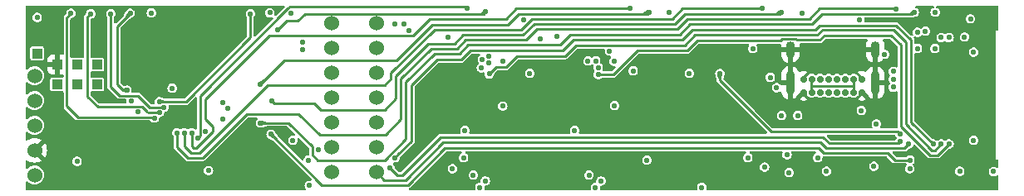
<source format=gbr>
%TF.GenerationSoftware,KiCad,Pcbnew,8.0.3*%
%TF.CreationDate,2024-06-20T21:51:27+02:00*%
%TF.ProjectId,KIA-OBD2-DISPLAY,4b49412d-4f42-4443-922d-444953504c41,rev?*%
%TF.SameCoordinates,Original*%
%TF.FileFunction,Copper,L2,Inr*%
%TF.FilePolarity,Positive*%
%FSLAX46Y46*%
G04 Gerber Fmt 4.6, Leading zero omitted, Abs format (unit mm)*
G04 Created by KiCad (PCBNEW 8.0.3) date 2024-06-20 21:51:27*
%MOMM*%
%LPD*%
G01*
G04 APERTURE LIST*
%TA.AperFunction,ComponentPad*%
%ADD10C,1.524000*%
%TD*%
%TA.AperFunction,ComponentPad*%
%ADD11R,1.000000X1.000000*%
%TD*%
%TA.AperFunction,ComponentPad*%
%ADD12C,0.700000*%
%TD*%
%TA.AperFunction,ComponentPad*%
%ADD13O,0.900000X2.400000*%
%TD*%
%TA.AperFunction,ComponentPad*%
%ADD14O,0.900000X1.700000*%
%TD*%
%TA.AperFunction,ViaPad*%
%ADD15C,0.560000*%
%TD*%
%TA.AperFunction,Conductor*%
%ADD16C,0.254000*%
%TD*%
%TA.AperFunction,Conductor*%
%ADD17C,0.250000*%
%TD*%
G04 APERTURE END LIST*
D10*
%TO.N,+3.3V*%
%TO.C,U8*%
X126873000Y-95504000D03*
%TO.N,GND*%
X126873000Y-92964000D03*
%TO.N,+12V*%
X126873000Y-90424000D03*
%TO.N,unconnected-(U8-SHDN-Pad4)*%
X126873000Y-87884000D03*
%TO.N,unconnected-(U8-PG-Pad5)*%
X126873000Y-85344000D03*
%TD*%
D11*
%TO.N,/OBD2 CAN H*%
%TO.C,J14*%
X131191000Y-86233000D03*
%TD*%
%TO.N,Net-(J12-Pin_1)*%
%TO.C,J12*%
X129159000Y-86233000D03*
%TD*%
D10*
%TO.N,GND*%
%TO.C,U2*%
X161701490Y-79977439D03*
%TO.N,+3.3V*%
X161701490Y-82517439D03*
%TO.N,/SCLK*%
X161701490Y-85057439D03*
%TO.N,/MOSI*%
X161701490Y-87597439D03*
%TO.N,/REST*%
X161701490Y-90137439D03*
%TO.N,/DC*%
X161701490Y-92677439D03*
%TO.N,/CSD2*%
X161701490Y-95217439D03*
%TD*%
D11*
%TO.N,/CAN LISTEN H*%
%TO.C,J15*%
X133223000Y-84201000D03*
%TD*%
%TO.N,/CAN LISTEN L*%
%TO.C,J16*%
X133223000Y-86233000D03*
%TD*%
D12*
%TO.N,GND*%
%TO.C,J10*%
X211135000Y-87037000D03*
%TO.N,Net-(D10-A)*%
X210285000Y-87037000D03*
%TO.N,Net-(J10-CC1)*%
X209435000Y-87037000D03*
%TO.N,Net-(D13-A1)*%
X208585000Y-87037000D03*
%TO.N,Net-(D12-A2)*%
X207735000Y-87037000D03*
%TO.N,unconnected-(J10-SBU1-PadA8)*%
X206885000Y-87037000D03*
%TO.N,Net-(D10-A)*%
X206035000Y-87037000D03*
%TO.N,GND*%
X205185000Y-87037000D03*
X205185000Y-85687000D03*
%TO.N,Net-(D10-A)*%
X206035000Y-85687000D03*
%TO.N,Net-(J10-CC2)*%
X206885000Y-85687000D03*
%TO.N,Net-(D13-A1)*%
X207735000Y-85687000D03*
%TO.N,Net-(D12-A2)*%
X208585000Y-85687000D03*
%TO.N,unconnected-(J10-SBU2-PadB8)*%
X209435000Y-85687000D03*
%TO.N,Net-(D10-A)*%
X210285000Y-85687000D03*
%TO.N,GND*%
X211135000Y-85687000D03*
D13*
X212485000Y-86057000D03*
D14*
X212485000Y-82677000D03*
D13*
X203835000Y-86057000D03*
D14*
X203835000Y-82677000D03*
%TD*%
D10*
%TO.N,GND*%
%TO.C,U1*%
X157080000Y-95220000D03*
%TO.N,+3.3V*%
X157080000Y-92680000D03*
%TO.N,/SCLK*%
X157080000Y-90140000D03*
%TO.N,/MOSI*%
X157080000Y-87600000D03*
%TO.N,/REST*%
X157080000Y-85060000D03*
%TO.N,/DC*%
X157080000Y-82520000D03*
%TO.N,/CSD1*%
X157080000Y-79980000D03*
%TD*%
D11*
%TO.N,GND*%
%TO.C,J17*%
X129159000Y-84201000D03*
%TD*%
%TO.N,/ING12V+*%
%TO.C,J18*%
X127127000Y-83058000D03*
%TD*%
%TO.N,/OBD2 CAN L*%
%TO.C,J13*%
X131191000Y-84201000D03*
%TD*%
D15*
%TO.N,/REST*%
X172364400Y-84531200D03*
X184277000Y-84498814D03*
X201227549Y-94696938D03*
%TO.N,/SCLK*%
X202438000Y-86560613D03*
X172770800Y-96113600D03*
X184556400Y-96113600D03*
X214325200Y-84886800D03*
X146025881Y-88104908D03*
X154736800Y-93980000D03*
%TO.N,/CSD1*%
X215011000Y-92100400D03*
X163068000Y-94742000D03*
%TO.N,/MOSI*%
X183997528Y-96770000D03*
X214325200Y-85699600D03*
X154838400Y-96570800D03*
X146050000Y-89814400D03*
X194818000Y-96770000D03*
X172215183Y-96770000D03*
%TO.N,/DC*%
X218389200Y-92329000D03*
X163576000Y-93726000D03*
%TO.N,/MISO*%
X146558000Y-88646000D03*
X201803000Y-85508914D03*
X220014800Y-81432400D03*
X171551600Y-95504000D03*
X183337200Y-95504000D03*
%TO.N,+3.3V*%
X185882339Y-83858028D03*
X187833000Y-84836000D03*
X169418000Y-94869000D03*
X180086000Y-81330800D03*
X212344000Y-94615000D03*
X193548000Y-85090000D03*
X170688000Y-90932000D03*
X155782861Y-92925238D03*
X152958800Y-78943200D03*
X205028800Y-78943200D03*
X222188721Y-79519508D03*
X203708000Y-95250000D03*
X174532757Y-83844188D03*
X165004899Y-80682131D03*
X199517000Y-93726000D03*
X144576800Y-95046800D03*
X222504000Y-82931000D03*
X206629000Y-93726000D03*
X144263950Y-91079540D03*
X221589600Y-81381600D03*
X189230000Y-93980000D03*
X177292000Y-85090000D03*
X224536000Y-95148400D03*
X204597000Y-89408000D03*
X168960800Y-81381600D03*
X218592400Y-78841600D03*
X170561000Y-93726000D03*
X221107000Y-95123000D03*
X216005981Y-94873577D03*
X191516000Y-78841600D03*
X176682400Y-79603600D03*
X211074000Y-88900000D03*
X200025000Y-82550000D03*
X153162000Y-91948000D03*
X222504000Y-91948000D03*
X181864000Y-90932000D03*
X138751542Y-78901021D03*
X218567000Y-82550000D03*
%TO.N,GND*%
X209397600Y-91744800D03*
X220167200Y-89306400D03*
X207264000Y-89408000D03*
X217170000Y-88290400D03*
X219202000Y-86309200D03*
X209931000Y-82804000D03*
X127101600Y-81178400D03*
X178198908Y-85201735D03*
X219202000Y-88239600D03*
X217220800Y-86309200D03*
X212598000Y-91694000D03*
X220167200Y-87274400D03*
X221132400Y-88290400D03*
X221183200Y-86309200D03*
X167716200Y-94970600D03*
X218186000Y-85293200D03*
X198120000Y-93726000D03*
X220167200Y-85293200D03*
X141884400Y-88798400D03*
X218186000Y-87274400D03*
X218186000Y-89306400D03*
X168402000Y-94234000D03*
X219202000Y-95504000D03*
X205867000Y-82804000D03*
%TO.N,/CSD2*%
X215900000Y-92329000D03*
%TO.N,Net-(U9-EN{slash}CHIP_PU)*%
X217598621Y-80776177D03*
X203515908Y-93423472D03*
%TO.N,/INTCAN2*%
X213461600Y-83159600D03*
X185928000Y-88392000D03*
%TO.N,/CSCAN2*%
X184277000Y-85217000D03*
X220014800Y-92329000D03*
%TO.N,/CSCAN*%
X219202000Y-92329000D03*
X173173220Y-85157933D03*
%TO.N,/INTCAN*%
X174548800Y-88442800D03*
X216789000Y-80899000D03*
%TO.N,Net-(D14-A)*%
X207518000Y-95123000D03*
X216789000Y-82550000D03*
%TO.N,/CSSDCARD*%
X215011000Y-91300685D03*
X196673396Y-85115312D03*
%TO.N,/CSCAP*%
X150944945Y-91335159D03*
X216027000Y-93980000D03*
%TO.N,/INTCAP*%
X219202000Y-81432400D03*
X140868400Y-86614000D03*
%TO.N,/INTING*%
X210905640Y-79632043D03*
X127127000Y-79375000D03*
%TO.N,Net-(JP2-B)*%
X185420000Y-82804000D03*
X178396303Y-81533403D03*
X173088506Y-83991888D03*
%TO.N,+12V*%
X131191000Y-94107000D03*
X202946000Y-89408000D03*
%TO.N,/OBD2 CAN H*%
X172466000Y-83693000D03*
%TO.N,/CAN LISTEN L*%
X164465000Y-80010000D03*
X154178000Y-82677000D03*
X184023000Y-83820000D03*
%TO.N,/CAN LISTEN H*%
X163512500Y-80073500D03*
X154178000Y-81915000D03*
X183235600Y-83820000D03*
%TO.N,/OBD2 CAN L*%
X173101000Y-83312000D03*
%TO.N,Net-(D1-K)*%
X216458800Y-78841600D03*
X149860000Y-90170000D03*
%TO.N,Net-(D2-K)*%
X202895200Y-78841600D03*
X151003000Y-87884000D03*
%TO.N,Net-(D3-K)*%
X149860000Y-86207600D03*
X189433200Y-78892400D03*
%TO.N,Net-(D4-K)*%
X172821600Y-78790800D03*
X151638000Y-80645000D03*
%TO.N,Net-(D5-K)*%
X150825200Y-78892400D03*
%TO.N,Net-(D6-K)*%
X136601200Y-78943200D03*
X136271000Y-86817200D03*
%TO.N,Net-(D7-K)*%
X136674194Y-87945918D03*
%TO.N,Net-(D8-K)*%
X137404555Y-89043756D03*
%TO.N,Net-(J9-Pin_1)*%
X148844000Y-78994000D03*
X139573000Y-88011000D03*
%TO.N,Net-(J5-Pin_1)*%
X141351000Y-91186000D03*
X214630000Y-78486000D03*
%TO.N,Net-(J8-Pin_1)*%
X140034074Y-88581026D03*
X134620000Y-78994000D03*
%TO.N,Net-(J4-Pin_1)*%
X200991750Y-78434365D03*
X142113000Y-91186000D03*
%TO.N,Net-(J7-Pin_1)*%
X132588000Y-78994000D03*
X139573000Y-89109971D03*
%TO.N,Net-(J6-Pin_1)*%
X139065000Y-89662000D03*
X130556000Y-78943200D03*
%TO.N,Net-(J2-Pin_1)*%
X170939937Y-78434896D03*
X143459200Y-91744800D03*
%TO.N,Net-(J3-Pin_1)*%
X142875000Y-91186000D03*
X187551821Y-78454100D03*
%TO.N,Net-(D12-A2)*%
X212598000Y-90271600D03*
X214325200Y-86512400D03*
%TD*%
D16*
%TO.N,/CSD1*%
X163830000Y-95504000D02*
X163068000Y-94742000D01*
X214839600Y-92271800D02*
X207803914Y-92271800D01*
X168234122Y-91607878D02*
X164338000Y-95504000D01*
X207139992Y-91607878D02*
X168234122Y-91607878D01*
X207803914Y-92271800D02*
X207139992Y-91607878D01*
X164338000Y-95504000D02*
X163830000Y-95504000D01*
X215011000Y-92100400D02*
X214839600Y-92271800D01*
D17*
%TO.N,/DC*%
X167894000Y-83693000D02*
X170323590Y-83693000D01*
D16*
X206806159Y-80181400D02*
X206362600Y-80624959D01*
X180940364Y-82469378D02*
X180938313Y-82469378D01*
X214649420Y-80181400D02*
X206806159Y-80181400D01*
X181733819Y-81675923D02*
X180940364Y-82469378D01*
X180938313Y-82469378D02*
X180662245Y-82745446D01*
X163576000Y-93726000D02*
X163933100Y-93368900D01*
X218389200Y-92329000D02*
X216154000Y-90093800D01*
X163933100Y-93368680D02*
X165240124Y-92061656D01*
X193896055Y-80624959D02*
X192845091Y-81675923D01*
X206362600Y-80624959D02*
X193896055Y-80624959D01*
X180662245Y-82745446D02*
X171271144Y-82745446D01*
D17*
X165240124Y-86346876D02*
X167894000Y-83693000D01*
D16*
X163933100Y-93368900D02*
X163933100Y-93368680D01*
X216154000Y-81685980D02*
X214649420Y-80181400D01*
X216154000Y-90093800D02*
X216154000Y-81685980D01*
D17*
X165240124Y-92061656D02*
X165240124Y-86346876D01*
D16*
X192845091Y-81675923D02*
X181733819Y-81675923D01*
D17*
X170323590Y-83693000D02*
X171271144Y-82745446D01*
%TO.N,/CSD2*%
X207500295Y-92749481D02*
X206942619Y-92191805D01*
X162496051Y-96012000D02*
X161701490Y-95217439D01*
X164613169Y-96012000D02*
X162496051Y-96012000D01*
X215479519Y-92749481D02*
X207500295Y-92749481D01*
X215900000Y-92329000D02*
X215479519Y-92749481D01*
X168433364Y-92191805D02*
X164613169Y-96012000D01*
X206942619Y-92191805D02*
X168433364Y-92191805D01*
%TO.N,/CSCAN2*%
X207314800Y-81229200D02*
X214122000Y-81229200D01*
X203016600Y-81565000D02*
X204399400Y-81565000D01*
X214122000Y-81229200D02*
X215087200Y-82194400D01*
X204399400Y-81565000D02*
X204520800Y-81686400D01*
X215087200Y-90500200D02*
X216219063Y-91632063D01*
X220014800Y-92329000D02*
X218871800Y-93472000D01*
X188264800Y-82753200D02*
X193344800Y-82753200D01*
D16*
X218440000Y-93472000D02*
X218059000Y-93472000D01*
X218059000Y-93472000D02*
X216219063Y-91632063D01*
D17*
X193344800Y-82753200D02*
X194360800Y-81737200D01*
X204520800Y-81686400D02*
X206857600Y-81686400D01*
X206857600Y-81686400D02*
X207314800Y-81229200D01*
X185801000Y-85217000D02*
X188264800Y-82753200D01*
X218871800Y-93472000D02*
X218440000Y-93472000D01*
X184277000Y-85217000D02*
X185801000Y-85217000D01*
X194360800Y-81737200D02*
X202844400Y-81737200D01*
X215087200Y-82194400D02*
X215087200Y-90500200D01*
X202844400Y-81737200D02*
X203016600Y-81565000D01*
D16*
%TO.N,/CSCAN*%
X207124686Y-80657314D02*
X214331552Y-80657314D01*
X218567000Y-92964000D02*
X219202000Y-92329000D01*
X214331552Y-80657314D02*
X215590920Y-81916682D01*
X180892591Y-83317188D02*
X181978768Y-82231011D01*
X176022000Y-83317188D02*
X180892591Y-83317188D01*
X173173220Y-85157933D02*
X173876153Y-84455000D01*
X206601201Y-81180799D02*
X207124686Y-80657314D01*
X215590920Y-90276011D02*
X218278909Y-92964000D01*
X194155201Y-81180799D02*
X206601201Y-81180799D01*
X173876153Y-84455000D02*
X174884188Y-84455000D01*
X218278909Y-92964000D02*
X218567000Y-92964000D01*
X173173220Y-85157933D02*
X173182135Y-85149018D01*
X215590920Y-81916682D02*
X215590920Y-90276011D01*
X193104989Y-82231011D02*
X194155201Y-81180799D01*
X181978768Y-82231011D02*
X193104989Y-82231011D01*
X174884188Y-84455000D02*
X176022000Y-83317188D01*
D17*
%TO.N,/CSSDCARD*%
X196659324Y-85818921D02*
X196659324Y-85129384D01*
X196659324Y-85129384D02*
X196673396Y-85115312D01*
X201896418Y-91056015D02*
X196659324Y-85818921D01*
X215011000Y-91300685D02*
X214766330Y-91056015D01*
X214766330Y-91056015D02*
X201896418Y-91056015D01*
D16*
%TO.N,/CSCAP*%
X213794300Y-93271300D02*
X207248554Y-93271300D01*
X168671193Y-92744222D02*
X164895415Y-96520000D01*
X216027000Y-93980000D02*
X214503000Y-93980000D01*
X207248554Y-93271300D02*
X206721476Y-92744222D01*
X150944945Y-91318892D02*
X150940551Y-91314498D01*
X150961212Y-91335159D02*
X150944945Y-91335159D01*
X150944945Y-91335159D02*
X150944945Y-91318892D01*
X156146053Y-96520000D02*
X150961212Y-91335159D01*
X214503000Y-93980000D02*
X213794300Y-93271300D01*
X164895415Y-96520000D02*
X156146053Y-96520000D01*
X206721476Y-92744222D02*
X168671193Y-92744222D01*
D17*
%TO.N,Net-(D1-K)*%
X164693600Y-86004400D02*
X167640000Y-83058000D01*
X155702000Y-93980000D02*
X162509200Y-93980000D01*
X149860000Y-90170000D02*
X152755600Y-90170000D01*
X152755600Y-90170000D02*
X155143200Y-92557600D01*
X180390800Y-82194400D02*
X181457600Y-81127600D01*
X170180000Y-83058000D02*
X171043600Y-82194400D01*
X206044800Y-80060800D02*
X207060800Y-79044800D01*
X155143200Y-93421200D02*
X155702000Y-93980000D01*
X207060800Y-79044800D02*
X216255600Y-79044800D01*
X192582800Y-81127600D02*
X193649600Y-80060800D01*
X167640000Y-83058000D02*
X170180000Y-83058000D01*
X162509200Y-93980000D02*
X164693600Y-91795600D01*
X216255600Y-79044800D02*
X216458800Y-78841600D01*
X155143200Y-92557600D02*
X155143200Y-93421200D01*
X171043600Y-82194400D02*
X180390800Y-82194400D01*
X193649600Y-80060800D02*
X206044800Y-80060800D01*
X164693600Y-91795600D02*
X164693600Y-86004400D01*
X181457600Y-81127600D02*
X192582800Y-81127600D01*
%TO.N,Net-(D2-K)*%
X169672000Y-82042000D02*
X170535600Y-81178400D01*
X177749200Y-80060800D02*
X192074800Y-80060800D01*
X192074800Y-80060800D02*
X193141600Y-78994000D01*
X162509200Y-88849200D02*
X163677600Y-87680800D01*
X155346400Y-88188800D02*
X156006800Y-88849200D01*
X170535600Y-81178400D02*
X176631600Y-81178400D01*
X176631600Y-81178400D02*
X177749200Y-80060800D01*
D16*
X151307800Y-88188800D02*
X151003000Y-87884000D01*
D17*
X202742800Y-78994000D02*
X202895200Y-78841600D01*
X156006800Y-88849200D02*
X162509200Y-88849200D01*
X193141600Y-78994000D02*
X202742800Y-78994000D01*
D16*
X155346400Y-88188800D02*
X151307800Y-88188800D01*
D17*
X163677600Y-85344000D02*
X166979600Y-82042000D01*
X166979600Y-82042000D02*
X169672000Y-82042000D01*
X163677600Y-87680800D02*
X163677600Y-85344000D01*
%TO.N,Net-(D3-K)*%
X189331600Y-78994000D02*
X189433200Y-78892400D01*
X152298400Y-83769200D02*
X163728400Y-83769200D01*
X163728400Y-83769200D02*
X167386000Y-80111600D01*
X167386000Y-80111600D02*
X175082200Y-80111600D01*
X149860000Y-86207600D02*
X152298400Y-83769200D01*
X176199800Y-78994000D02*
X189331600Y-78994000D01*
X175082200Y-80111600D02*
X176199800Y-78994000D01*
D16*
%TO.N,Net-(D4-K)*%
X153314400Y-79705200D02*
X152577800Y-79705200D01*
D17*
X172618400Y-78994000D02*
X172821600Y-78790800D01*
D16*
X152577800Y-79705200D02*
X151638000Y-80645000D01*
D17*
X153670000Y-79705200D02*
X154381200Y-78994000D01*
X154381200Y-78994000D02*
X172618400Y-78994000D01*
X153314400Y-79705200D02*
X153670000Y-79705200D01*
%TO.N,Net-(D6-K)*%
X136271000Y-86817200D02*
X135839200Y-86817200D01*
X135280400Y-80264000D02*
X136601200Y-78943200D01*
X135280400Y-86258400D02*
X135280400Y-80264000D01*
X135839200Y-86817200D02*
X135280400Y-86258400D01*
%TO.N,Net-(J9-Pin_1)*%
X142265400Y-88011000D02*
X148844000Y-81432400D01*
X139573000Y-88011000D02*
X142265400Y-88011000D01*
X148844000Y-81432400D02*
X148844000Y-78994000D01*
%TO.N,Net-(J5-Pin_1)*%
X169875200Y-82550000D02*
X170789600Y-81635600D01*
X205779800Y-79502000D02*
X206806800Y-78475000D01*
X176936400Y-81635600D02*
X178003200Y-80568800D01*
X193395600Y-79502000D02*
X205779800Y-79502000D01*
X206806800Y-78475000D02*
X214589000Y-78475000D01*
X155905200Y-91389200D02*
X162610800Y-91389200D01*
X162610800Y-91389200D02*
X164185600Y-89814400D01*
X192328800Y-80568800D02*
X193395600Y-79502000D01*
X164185600Y-89814400D02*
X164185600Y-85648800D01*
X141351000Y-91186000D02*
X141351000Y-92659200D01*
X178003200Y-80568800D02*
X192328800Y-80568800D01*
X214589000Y-78475000D02*
X214630000Y-78486000D01*
X148488400Y-89255600D02*
X153771600Y-89255600D01*
X143992600Y-93751400D02*
X148488400Y-89255600D01*
X164185600Y-85648800D02*
X167284400Y-82550000D01*
X141351000Y-92659200D02*
X142443200Y-93751400D01*
X214611000Y-78475000D02*
X214600000Y-78475000D01*
X153771600Y-89255600D02*
X155905200Y-91389200D01*
X167284400Y-82550000D02*
X169875200Y-82550000D01*
X170789600Y-81635600D02*
X176936400Y-81635600D01*
X214630000Y-78486000D02*
X214611000Y-78475000D01*
X142443200Y-93751400D02*
X143992600Y-93751400D01*
%TO.N,Net-(J8-Pin_1)*%
X134620000Y-86487000D02*
X134620000Y-78994000D01*
X138601912Y-88563912D02*
X137414000Y-87376000D01*
D16*
X140034074Y-88581026D02*
X138619026Y-88581026D01*
X138619026Y-88581026D02*
X138601912Y-88563912D01*
D17*
X137414000Y-87376000D02*
X135509000Y-87376000D01*
X135509000Y-87376000D02*
X134620000Y-86487000D01*
%TO.N,Net-(J4-Pin_1)*%
X177546000Y-79502000D02*
X176428400Y-80619600D01*
X163169600Y-85039200D02*
X163169600Y-85648800D01*
X167589200Y-80619600D02*
X163169600Y-85039200D01*
X143687800Y-93243400D02*
X142824200Y-93243400D01*
X200951115Y-78475000D02*
X192887600Y-78475000D01*
X150622000Y-86309200D02*
X143687800Y-93243400D01*
X200991750Y-78434365D02*
X200951115Y-78475000D01*
X191860600Y-79502000D02*
X177546000Y-79502000D01*
X162509200Y-86309200D02*
X150622000Y-86309200D01*
X142824200Y-93243400D02*
X142113000Y-92532200D01*
X163169600Y-85648800D02*
X162509200Y-86309200D01*
X176428400Y-80619600D02*
X167589200Y-80619600D01*
X192887600Y-78475000D02*
X191860600Y-79502000D01*
X142113000Y-92532200D02*
X142113000Y-91186000D01*
D16*
%TO.N,Net-(J7-Pin_1)*%
X139573000Y-89109971D02*
X138385971Y-89109971D01*
X132537200Y-78994000D02*
X132588000Y-78994000D01*
X132232400Y-86258400D02*
X132232400Y-79298800D01*
X132588000Y-78994000D02*
X132588000Y-78943200D01*
X132232400Y-87452200D02*
X132232400Y-86258400D01*
X132232400Y-79298800D02*
X132537200Y-78994000D01*
X133299200Y-88519000D02*
X132232400Y-87452200D01*
D17*
X138303000Y-89027000D02*
X137795000Y-88519000D01*
D16*
X132588000Y-78943200D02*
X132588000Y-78943200D01*
D17*
X137795000Y-88519000D02*
X133299200Y-88519000D01*
D16*
%TO.N,Net-(J6-Pin_1)*%
X130556000Y-78943200D02*
X130606800Y-78943200D01*
X131267200Y-89569486D02*
X130149600Y-88451886D01*
X130149600Y-79400400D02*
X130556000Y-78994000D01*
X130606800Y-78943200D02*
X130556000Y-78994000D01*
D17*
X138972486Y-89569486D02*
X131267200Y-89569486D01*
D16*
X130149600Y-88451886D02*
X130149600Y-84886800D01*
X139065000Y-89662000D02*
X138972486Y-89569486D01*
X130149600Y-84886800D02*
X130149600Y-79400400D01*
X130556000Y-78994000D02*
X130556000Y-78943200D01*
D17*
%TO.N,Net-(J2-Pin_1)*%
X143459200Y-91744800D02*
X143713200Y-91490800D01*
X143713200Y-87426800D02*
X152665000Y-78475000D01*
X143713200Y-91490800D02*
X143713200Y-87426800D01*
D16*
X152863000Y-78277000D02*
X152665000Y-78475000D01*
X170939937Y-78434896D02*
X170864500Y-78434896D01*
X170706604Y-78277000D02*
X152863000Y-78277000D01*
X170864500Y-78434896D02*
X170706604Y-78277000D01*
D17*
%TO.N,Net-(J3-Pin_1)*%
X187530921Y-78475000D02*
X175956800Y-78475000D01*
X174879000Y-79552800D02*
X167081200Y-79552800D01*
D16*
X144272000Y-89789000D02*
X144272000Y-89662000D01*
D17*
X165404800Y-81229200D02*
X150799800Y-81229200D01*
D16*
X144272000Y-89281000D02*
X144272000Y-89662000D01*
D17*
X144272000Y-87757000D02*
X144272000Y-89281000D01*
X187530921Y-78475000D02*
X187502800Y-78475000D01*
D16*
X143048305Y-92756305D02*
X143327705Y-92756305D01*
D17*
X175956800Y-78475000D02*
X174879000Y-79552800D01*
D16*
X142875000Y-92583000D02*
X143048305Y-92756305D01*
D17*
X167081200Y-79552800D02*
X165404800Y-81229200D01*
X187551821Y-78454100D02*
X187530921Y-78475000D01*
D16*
X143327705Y-92756305D02*
X143332200Y-92760800D01*
X143332200Y-92760800D02*
X145034000Y-91059000D01*
X145034000Y-91059000D02*
X145034000Y-90551000D01*
D17*
X150799800Y-81229200D02*
X144272000Y-87757000D01*
D16*
X142875000Y-91186000D02*
X142875000Y-92583000D01*
X145034000Y-90551000D02*
X144272000Y-89789000D01*
D17*
%TO.N,Net-(D10-A)*%
X206000000Y-85650000D02*
X206000000Y-86360000D01*
X210250000Y-86360000D02*
X210250000Y-87000000D01*
X210250000Y-85650000D02*
X210250000Y-86360000D01*
X206000000Y-86360000D02*
X206000000Y-87000000D01*
X210250000Y-86360000D02*
X206000000Y-86360000D01*
%TD*%
%TA.AperFunction,Conductor*%
%TO.N,GND*%
G36*
X152296849Y-78170185D02*
G01*
X152342604Y-78222989D01*
X152352548Y-78292147D01*
X152323523Y-78355703D01*
X152317491Y-78362181D01*
X151474757Y-79204914D01*
X151413434Y-79238399D01*
X151343742Y-79233415D01*
X151287809Y-79191543D01*
X151263392Y-79126079D01*
X151274281Y-79065723D01*
X151290977Y-79029165D01*
X151310641Y-78892400D01*
X151290977Y-78755635D01*
X151290732Y-78755099D01*
X151256778Y-78680750D01*
X151233579Y-78629951D01*
X151143096Y-78525528D01*
X151143093Y-78525526D01*
X151143091Y-78525524D01*
X151026861Y-78450827D01*
X151026856Y-78450825D01*
X150894287Y-78411900D01*
X150894285Y-78411900D01*
X150756115Y-78411900D01*
X150756112Y-78411900D01*
X150623543Y-78450825D01*
X150623538Y-78450827D01*
X150507308Y-78525524D01*
X150507306Y-78525526D01*
X150507304Y-78525527D01*
X150507304Y-78525528D01*
X150460839Y-78579152D01*
X150416821Y-78629951D01*
X150416820Y-78629952D01*
X150359422Y-78755634D01*
X150339759Y-78892400D01*
X150359422Y-79029165D01*
X150415809Y-79152634D01*
X150416821Y-79154849D01*
X150507304Y-79259272D01*
X150507306Y-79259273D01*
X150507308Y-79259275D01*
X150623538Y-79333972D01*
X150623543Y-79333974D01*
X150756112Y-79372899D01*
X150756114Y-79372900D01*
X150756115Y-79372900D01*
X150894285Y-79372900D01*
X151012088Y-79338310D01*
X151081956Y-79338310D01*
X151140735Y-79376084D01*
X151169760Y-79439640D01*
X151159817Y-79508798D01*
X151134703Y-79544968D01*
X149381181Y-81298491D01*
X149319858Y-81331976D01*
X149250166Y-81326992D01*
X149194233Y-81285120D01*
X149169816Y-81219656D01*
X149169500Y-81210810D01*
X149169500Y-79398346D01*
X149189185Y-79331307D01*
X149199787Y-79317143D01*
X149252379Y-79256449D01*
X149309777Y-79130765D01*
X149329441Y-78994000D01*
X149312248Y-78874426D01*
X149309777Y-78857234D01*
X149259453Y-78747041D01*
X149252379Y-78731551D01*
X149161896Y-78627128D01*
X149161893Y-78627126D01*
X149161891Y-78627124D01*
X149045661Y-78552427D01*
X149045656Y-78552425D01*
X148913087Y-78513500D01*
X148913085Y-78513500D01*
X148774915Y-78513500D01*
X148774912Y-78513500D01*
X148642343Y-78552425D01*
X148642338Y-78552427D01*
X148526108Y-78627124D01*
X148526106Y-78627126D01*
X148526104Y-78627127D01*
X148526104Y-78627128D01*
X148479639Y-78680752D01*
X148435621Y-78731551D01*
X148435620Y-78731552D01*
X148378222Y-78857234D01*
X148358559Y-78994000D01*
X148378222Y-79130765D01*
X148427220Y-79238053D01*
X148435621Y-79256449D01*
X148488213Y-79317143D01*
X148517238Y-79380699D01*
X148518500Y-79398346D01*
X148518500Y-81246211D01*
X148498815Y-81313250D01*
X148482181Y-81333892D01*
X142166892Y-87649181D01*
X142105569Y-87682666D01*
X142079211Y-87685500D01*
X140197557Y-87685500D01*
X140162449Y-87680426D01*
X140158692Y-87679317D01*
X140104555Y-87663335D01*
X139748396Y-87558192D01*
X139738620Y-87557034D01*
X139718284Y-87552873D01*
X139642087Y-87530500D01*
X139642085Y-87530500D01*
X139503915Y-87530500D01*
X139503912Y-87530500D01*
X139371343Y-87569425D01*
X139371338Y-87569427D01*
X139255108Y-87644124D01*
X139255106Y-87644126D01*
X139255104Y-87644127D01*
X139255104Y-87644128D01*
X139250986Y-87648881D01*
X139164621Y-87748551D01*
X139164620Y-87748552D01*
X139107222Y-87874234D01*
X139087559Y-88011000D01*
X139102063Y-88111879D01*
X139092119Y-88181038D01*
X139046364Y-88233842D01*
X138979325Y-88253526D01*
X138803215Y-88253526D01*
X138736176Y-88233841D01*
X138715534Y-88217207D01*
X137613864Y-87115537D01*
X137613862Y-87115535D01*
X137576750Y-87094108D01*
X137539640Y-87072682D01*
X137477678Y-87056080D01*
X137456853Y-87050500D01*
X137456852Y-87050500D01*
X136866001Y-87050500D01*
X136798962Y-87030815D01*
X136753207Y-86978011D01*
X136743263Y-86908853D01*
X136756441Y-86817200D01*
X136736777Y-86680435D01*
X136724880Y-86654385D01*
X136706437Y-86614000D01*
X140382959Y-86614000D01*
X140402622Y-86750765D01*
X140450021Y-86854553D01*
X140460021Y-86876449D01*
X140550504Y-86980872D01*
X140550506Y-86980873D01*
X140550508Y-86980875D01*
X140666738Y-87055572D01*
X140666743Y-87055574D01*
X140799312Y-87094499D01*
X140799314Y-87094500D01*
X140799315Y-87094500D01*
X140937486Y-87094500D01*
X140937486Y-87094499D01*
X141054597Y-87060113D01*
X141070056Y-87055574D01*
X141070057Y-87055573D01*
X141070059Y-87055573D01*
X141079637Y-87049418D01*
X141167580Y-86992900D01*
X141186296Y-86980872D01*
X141276779Y-86876449D01*
X141334177Y-86750765D01*
X141353841Y-86614000D01*
X141336648Y-86494426D01*
X141334177Y-86477234D01*
X141295606Y-86392776D01*
X141276779Y-86351551D01*
X141186296Y-86247128D01*
X141186293Y-86247126D01*
X141186291Y-86247124D01*
X141070061Y-86172427D01*
X141070056Y-86172425D01*
X140937487Y-86133500D01*
X140937485Y-86133500D01*
X140799315Y-86133500D01*
X140799312Y-86133500D01*
X140666743Y-86172425D01*
X140666738Y-86172427D01*
X140550508Y-86247124D01*
X140550506Y-86247126D01*
X140550504Y-86247127D01*
X140550504Y-86247128D01*
X140495023Y-86311157D01*
X140460021Y-86351551D01*
X140460020Y-86351552D01*
X140402622Y-86477234D01*
X140382959Y-86614000D01*
X136706437Y-86614000D01*
X136686190Y-86569665D01*
X136679379Y-86554751D01*
X136588896Y-86450328D01*
X136588893Y-86450326D01*
X136588891Y-86450324D01*
X136472661Y-86375627D01*
X136472656Y-86375625D01*
X136340087Y-86336700D01*
X136340085Y-86336700D01*
X136201915Y-86336700D01*
X136135113Y-86356314D01*
X136111490Y-86360227D01*
X136111510Y-86360368D01*
X136105482Y-86361222D01*
X136105480Y-86361223D01*
X136105476Y-86361223D01*
X135962596Y-86396033D01*
X135892803Y-86392776D01*
X135845564Y-86363238D01*
X135746529Y-86264203D01*
X135642219Y-86159892D01*
X135608734Y-86098569D01*
X135605900Y-86072211D01*
X135605900Y-80450188D01*
X135625585Y-80383149D01*
X135642215Y-80362511D01*
X136389738Y-79614987D01*
X136418143Y-79593755D01*
X136794957Y-79388712D01*
X136802706Y-79384842D01*
X136802852Y-79384774D01*
X136802859Y-79384773D01*
X136919096Y-79310072D01*
X137009579Y-79205649D01*
X137066977Y-79079965D01*
X137086641Y-78943200D01*
X137080577Y-78901021D01*
X138266101Y-78901021D01*
X138285764Y-79037786D01*
X138339225Y-79154847D01*
X138343163Y-79163470D01*
X138433646Y-79267893D01*
X138433648Y-79267894D01*
X138433650Y-79267896D01*
X138549880Y-79342593D01*
X138549885Y-79342595D01*
X138652762Y-79372801D01*
X138676255Y-79379700D01*
X138682454Y-79381520D01*
X138682456Y-79381521D01*
X138682457Y-79381521D01*
X138820628Y-79381521D01*
X138820628Y-79381520D01*
X138934395Y-79348116D01*
X138953198Y-79342595D01*
X138953199Y-79342594D01*
X138953201Y-79342594D01*
X138955447Y-79341151D01*
X139069433Y-79267896D01*
X139069432Y-79267896D01*
X139069438Y-79267893D01*
X139159921Y-79163470D01*
X139217319Y-79037786D01*
X139236983Y-78901021D01*
X139217319Y-78764256D01*
X139215413Y-78760083D01*
X139179184Y-78680752D01*
X139159921Y-78638572D01*
X139069438Y-78534149D01*
X139069435Y-78534147D01*
X139069433Y-78534145D01*
X138953203Y-78459448D01*
X138953198Y-78459446D01*
X138820629Y-78420521D01*
X138820627Y-78420521D01*
X138682457Y-78420521D01*
X138682454Y-78420521D01*
X138549885Y-78459446D01*
X138549880Y-78459448D01*
X138433650Y-78534145D01*
X138433648Y-78534147D01*
X138433646Y-78534148D01*
X138433646Y-78534149D01*
X138397098Y-78576328D01*
X138343163Y-78638572D01*
X138343162Y-78638573D01*
X138285764Y-78764255D01*
X138266101Y-78901021D01*
X137080577Y-78901021D01*
X137066977Y-78806435D01*
X137061361Y-78794138D01*
X137024410Y-78713227D01*
X137009579Y-78680751D01*
X136919096Y-78576328D01*
X136919093Y-78576326D01*
X136919091Y-78576324D01*
X136802861Y-78501627D01*
X136802856Y-78501625D01*
X136670287Y-78462700D01*
X136670285Y-78462700D01*
X136532115Y-78462700D01*
X136532112Y-78462700D01*
X136399543Y-78501625D01*
X136399538Y-78501627D01*
X136283308Y-78576324D01*
X136283306Y-78576326D01*
X136192821Y-78680750D01*
X136184206Y-78699615D01*
X136177990Y-78713227D01*
X136176182Y-78717185D01*
X136158658Y-78745041D01*
X136157762Y-78746117D01*
X136156992Y-78747041D01*
X135950641Y-79126255D01*
X135929404Y-79154667D01*
X135157181Y-79926891D01*
X135095858Y-79960376D01*
X135026167Y-79955392D01*
X134970233Y-79913520D01*
X134945816Y-79848056D01*
X134945500Y-79839210D01*
X134945500Y-79398346D01*
X134965185Y-79331307D01*
X134975787Y-79317143D01*
X135028379Y-79256449D01*
X135085777Y-79130765D01*
X135105441Y-78994000D01*
X135088248Y-78874426D01*
X135085777Y-78857234D01*
X135035453Y-78747041D01*
X135028379Y-78731551D01*
X134937896Y-78627128D01*
X134937893Y-78627126D01*
X134937891Y-78627124D01*
X134821661Y-78552427D01*
X134821656Y-78552425D01*
X134689087Y-78513500D01*
X134689085Y-78513500D01*
X134550915Y-78513500D01*
X134550912Y-78513500D01*
X134418343Y-78552425D01*
X134418338Y-78552427D01*
X134302108Y-78627124D01*
X134302106Y-78627126D01*
X134302104Y-78627127D01*
X134302104Y-78627128D01*
X134255639Y-78680752D01*
X134211621Y-78731551D01*
X134211620Y-78731552D01*
X134154222Y-78857234D01*
X134134559Y-78994000D01*
X134154222Y-79130765D01*
X134203220Y-79238053D01*
X134211621Y-79256449D01*
X134264213Y-79317143D01*
X134293238Y-79380699D01*
X134294500Y-79398346D01*
X134294500Y-86529852D01*
X134316682Y-86612640D01*
X134330446Y-86636479D01*
X134359535Y-86686862D01*
X135309138Y-87636465D01*
X135383361Y-87679318D01*
X135466147Y-87701500D01*
X135551853Y-87701500D01*
X136080791Y-87701500D01*
X136147830Y-87721185D01*
X136193585Y-87773989D01*
X136203529Y-87843147D01*
X136191511Y-87926734D01*
X136188753Y-87945918D01*
X136192232Y-87970115D01*
X136203984Y-88051853D01*
X136194040Y-88121012D01*
X136148285Y-88173816D01*
X136081246Y-88193500D01*
X133488217Y-88193500D01*
X133421178Y-88173815D01*
X133400536Y-88157181D01*
X132596219Y-87352864D01*
X132562734Y-87291541D01*
X132559900Y-87265183D01*
X132559900Y-87056080D01*
X132579585Y-86989041D01*
X132632389Y-86943286D01*
X132697080Y-86933984D01*
X132697187Y-86932903D01*
X132703250Y-86933500D01*
X132703252Y-86933500D01*
X133742750Y-86933500D01*
X133742751Y-86933499D01*
X133762345Y-86929602D01*
X133801229Y-86921868D01*
X133801229Y-86921867D01*
X133801231Y-86921867D01*
X133867552Y-86877552D01*
X133911867Y-86811231D01*
X133911867Y-86811229D01*
X133911868Y-86811229D01*
X133923499Y-86752752D01*
X133923500Y-86752750D01*
X133923500Y-85713249D01*
X133923499Y-85713247D01*
X133911868Y-85654770D01*
X133911867Y-85654769D01*
X133867552Y-85588447D01*
X133801230Y-85544132D01*
X133801229Y-85544131D01*
X133742752Y-85532500D01*
X133742748Y-85532500D01*
X132703252Y-85532500D01*
X132703249Y-85532500D01*
X132697187Y-85533097D01*
X132696936Y-85530553D01*
X132638425Y-85525279D01*
X132583275Y-85482380D01*
X132560073Y-85416476D01*
X132559900Y-85409919D01*
X132559900Y-85024080D01*
X132579585Y-84957041D01*
X132632389Y-84911286D01*
X132697080Y-84901984D01*
X132697187Y-84900903D01*
X132703250Y-84901500D01*
X132703252Y-84901500D01*
X133742750Y-84901500D01*
X133742751Y-84901499D01*
X133759982Y-84898072D01*
X133801229Y-84889868D01*
X133801229Y-84889867D01*
X133801231Y-84889867D01*
X133867552Y-84845552D01*
X133911867Y-84779231D01*
X133911867Y-84779229D01*
X133911868Y-84779229D01*
X133920552Y-84735568D01*
X133923500Y-84720748D01*
X133923500Y-83681252D01*
X133923500Y-83681249D01*
X133923499Y-83681247D01*
X133911868Y-83622770D01*
X133911867Y-83622769D01*
X133867552Y-83556447D01*
X133801230Y-83512132D01*
X133801229Y-83512131D01*
X133742752Y-83500500D01*
X133742748Y-83500500D01*
X132703252Y-83500500D01*
X132703249Y-83500500D01*
X132697187Y-83501097D01*
X132696936Y-83498553D01*
X132638425Y-83493279D01*
X132583275Y-83450380D01*
X132560073Y-83384476D01*
X132559900Y-83377919D01*
X132559900Y-79595861D01*
X132579585Y-79528822D01*
X132632389Y-79483067D01*
X132648966Y-79476884D01*
X132789656Y-79435574D01*
X132789657Y-79435573D01*
X132789659Y-79435573D01*
X132808136Y-79423699D01*
X132871866Y-79382742D01*
X132905896Y-79360872D01*
X132996379Y-79256449D01*
X133053777Y-79130765D01*
X133073441Y-78994000D01*
X133056248Y-78874426D01*
X133053777Y-78857234D01*
X133003453Y-78747041D01*
X132996379Y-78731551D01*
X132905896Y-78627128D01*
X132905893Y-78627126D01*
X132905891Y-78627124D01*
X132789661Y-78552427D01*
X132789656Y-78552425D01*
X132657087Y-78513500D01*
X132657085Y-78513500D01*
X132518915Y-78513500D01*
X132518912Y-78513500D01*
X132386343Y-78552425D01*
X132386338Y-78552427D01*
X132270108Y-78627124D01*
X132270106Y-78627126D01*
X132270104Y-78627127D01*
X132270104Y-78627128D01*
X132260188Y-78638572D01*
X132179621Y-78731550D01*
X132147914Y-78800979D01*
X132122224Y-78857234D01*
X132122222Y-78857238D01*
X132113220Y-78919846D01*
X132084194Y-78983402D01*
X132078165Y-78989877D01*
X132031311Y-79036733D01*
X132031310Y-79036735D01*
X131970333Y-79097711D01*
X131927219Y-79172389D01*
X131904900Y-79255685D01*
X131904900Y-83388024D01*
X131885215Y-83455063D01*
X131832411Y-83500818D01*
X131763253Y-83510762D01*
X131756710Y-83509642D01*
X131710748Y-83500500D01*
X130671252Y-83500500D01*
X130625290Y-83509642D01*
X130555699Y-83503413D01*
X130500522Y-83460550D01*
X130477278Y-83394660D01*
X130477100Y-83388024D01*
X130477100Y-79587417D01*
X130496785Y-79520378D01*
X130513418Y-79499737D01*
X130530088Y-79483067D01*
X130554289Y-79458865D01*
X130615609Y-79425381D01*
X130624332Y-79423808D01*
X130625083Y-79423700D01*
X130625085Y-79423700D01*
X130625086Y-79423699D01*
X130625090Y-79423699D01*
X130757656Y-79384774D01*
X130757657Y-79384773D01*
X130757659Y-79384773D01*
X130757663Y-79384771D01*
X130841722Y-79330749D01*
X130873896Y-79310072D01*
X130964379Y-79205649D01*
X131021777Y-79079965D01*
X131041441Y-78943200D01*
X131021777Y-78806435D01*
X131016161Y-78794138D01*
X130979210Y-78713227D01*
X130964379Y-78680751D01*
X130873896Y-78576328D01*
X130873893Y-78576326D01*
X130873891Y-78576324D01*
X130757661Y-78501627D01*
X130757656Y-78501625D01*
X130625087Y-78462700D01*
X130625085Y-78462700D01*
X130486915Y-78462700D01*
X130486912Y-78462700D01*
X130354343Y-78501625D01*
X130354338Y-78501627D01*
X130238108Y-78576324D01*
X130238106Y-78576326D01*
X130238104Y-78576327D01*
X130238104Y-78576328D01*
X130178734Y-78644845D01*
X130147621Y-78680751D01*
X130147620Y-78680752D01*
X130090222Y-78806434D01*
X130070559Y-78943200D01*
X130070559Y-78943203D01*
X130070913Y-78945667D01*
X130070559Y-78948127D01*
X130070559Y-78952068D01*
X130069992Y-78952068D01*
X130060965Y-79014825D01*
X130035856Y-79050986D01*
X129948510Y-79138334D01*
X129948510Y-79138335D01*
X129887533Y-79199311D01*
X129844419Y-79273989D01*
X129841958Y-79283173D01*
X129825826Y-79343381D01*
X129822100Y-79357285D01*
X129822100Y-83077000D01*
X129802415Y-83144039D01*
X129749611Y-83189794D01*
X129698100Y-83201000D01*
X129409000Y-83201000D01*
X129409000Y-84151272D01*
X129370940Y-84059386D01*
X129300614Y-83989060D01*
X129208728Y-83951000D01*
X129109272Y-83951000D01*
X129017386Y-83989060D01*
X128947060Y-84059386D01*
X128909000Y-84151272D01*
X128909000Y-84250728D01*
X128947060Y-84342614D01*
X129017386Y-84412940D01*
X129109272Y-84451000D01*
X129208728Y-84451000D01*
X129300614Y-84412940D01*
X129370940Y-84342614D01*
X129409000Y-84250728D01*
X129409000Y-85201000D01*
X129698100Y-85201000D01*
X129765139Y-85220685D01*
X129810894Y-85273489D01*
X129822100Y-85325000D01*
X129822100Y-85409919D01*
X129802415Y-85476958D01*
X129749611Y-85522713D01*
X129684919Y-85532014D01*
X129684813Y-85533097D01*
X129678751Y-85532500D01*
X129678748Y-85532500D01*
X128639252Y-85532500D01*
X128639247Y-85532500D01*
X128580770Y-85544131D01*
X128580769Y-85544132D01*
X128514447Y-85588447D01*
X128470132Y-85654769D01*
X128470131Y-85654770D01*
X128458500Y-85713247D01*
X128458500Y-86752752D01*
X128470131Y-86811229D01*
X128470132Y-86811230D01*
X128514447Y-86877552D01*
X128580769Y-86921867D01*
X128580770Y-86921868D01*
X128639247Y-86933499D01*
X128639250Y-86933500D01*
X128639252Y-86933500D01*
X129678750Y-86933500D01*
X129684813Y-86932903D01*
X129685065Y-86935465D01*
X129743477Y-86940681D01*
X129798663Y-86983533D01*
X129821921Y-87049418D01*
X129822100Y-87056080D01*
X129822100Y-88408770D01*
X129822100Y-88495002D01*
X129844419Y-88578296D01*
X129887535Y-88652976D01*
X131066110Y-89831551D01*
X131140790Y-89874667D01*
X131224084Y-89896986D01*
X131224086Y-89896986D01*
X131310313Y-89896986D01*
X131310316Y-89896986D01*
X131310318Y-89896985D01*
X131317444Y-89896047D01*
X131333632Y-89894986D01*
X138574462Y-89894986D01*
X138641501Y-89914671D01*
X138668175Y-89937783D01*
X138747105Y-90028873D01*
X138747108Y-90028875D01*
X138863338Y-90103572D01*
X138863343Y-90103574D01*
X138995912Y-90142499D01*
X138995914Y-90142500D01*
X138995915Y-90142500D01*
X139134086Y-90142500D01*
X139134086Y-90142499D01*
X139266659Y-90103573D01*
X139284316Y-90092226D01*
X139376107Y-90033235D01*
X139382896Y-90028872D01*
X139473379Y-89924449D01*
X139530777Y-89798765D01*
X139545798Y-89694291D01*
X139574823Y-89630736D01*
X139633601Y-89592962D01*
X139633602Y-89592962D01*
X139774656Y-89551545D01*
X139774657Y-89551544D01*
X139774659Y-89551544D01*
X139785208Y-89544765D01*
X139890891Y-89476846D01*
X139890890Y-89476846D01*
X139890896Y-89476843D01*
X139981379Y-89372420D01*
X140038777Y-89246736D01*
X140052401Y-89151977D01*
X140081426Y-89088423D01*
X140140202Y-89050649D01*
X140235733Y-89022599D01*
X140351970Y-88947898D01*
X140442453Y-88843475D01*
X140499851Y-88717791D01*
X140519515Y-88581026D01*
X140504723Y-88478146D01*
X140514667Y-88408989D01*
X140560421Y-88356185D01*
X140627461Y-88336500D01*
X142308251Y-88336500D01*
X142308253Y-88336500D01*
X142391039Y-88314318D01*
X142465262Y-88271465D01*
X143176019Y-87560706D01*
X143237342Y-87527222D01*
X143307033Y-87532206D01*
X143362967Y-87574078D01*
X143387384Y-87639542D01*
X143387700Y-87648388D01*
X143387700Y-90717231D01*
X143368015Y-90784270D01*
X143315211Y-90830025D01*
X143246053Y-90839969D01*
X143196661Y-90821547D01*
X143134214Y-90781415D01*
X143076659Y-90744427D01*
X143076657Y-90744426D01*
X143076655Y-90744425D01*
X143076656Y-90744425D01*
X142944087Y-90705500D01*
X142944085Y-90705500D01*
X142805915Y-90705500D01*
X142805912Y-90705500D01*
X142673343Y-90744425D01*
X142561039Y-90816599D01*
X142494000Y-90836283D01*
X142426961Y-90816599D01*
X142376656Y-90784270D01*
X142314659Y-90744427D01*
X142314657Y-90744426D01*
X142314655Y-90744425D01*
X142314656Y-90744425D01*
X142182087Y-90705500D01*
X142182085Y-90705500D01*
X142043915Y-90705500D01*
X142043912Y-90705500D01*
X141911343Y-90744425D01*
X141799039Y-90816599D01*
X141732000Y-90836283D01*
X141664961Y-90816599D01*
X141614656Y-90784270D01*
X141552659Y-90744427D01*
X141552657Y-90744426D01*
X141552655Y-90744425D01*
X141552656Y-90744425D01*
X141420087Y-90705500D01*
X141420085Y-90705500D01*
X141281915Y-90705500D01*
X141281912Y-90705500D01*
X141149343Y-90744425D01*
X141149338Y-90744427D01*
X141033108Y-90819124D01*
X141033106Y-90819126D01*
X141033104Y-90819127D01*
X141033104Y-90819128D01*
X141028984Y-90823883D01*
X140942621Y-90923551D01*
X140942620Y-90923552D01*
X140885222Y-91049234D01*
X140865559Y-91186000D01*
X140885222Y-91322765D01*
X140921043Y-91401200D01*
X140942621Y-91448449D01*
X140994260Y-91508043D01*
X140995213Y-91509143D01*
X141024238Y-91572699D01*
X141025500Y-91590346D01*
X141025500Y-92616347D01*
X141025500Y-92702053D01*
X141033004Y-92730060D01*
X141047682Y-92784840D01*
X141061920Y-92809500D01*
X141090535Y-92859062D01*
X142243338Y-94011865D01*
X142317561Y-94054718D01*
X142400347Y-94076900D01*
X142400349Y-94076900D01*
X144035451Y-94076900D01*
X144035453Y-94076900D01*
X144118239Y-94054718D01*
X144192462Y-94011865D01*
X148586908Y-89617419D01*
X148648231Y-89583934D01*
X148674589Y-89581100D01*
X149465881Y-89581100D01*
X149532920Y-89600785D01*
X149578675Y-89653589D01*
X149588619Y-89722747D01*
X149559594Y-89786303D01*
X149547086Y-89798811D01*
X149542106Y-89803126D01*
X149542104Y-89803127D01*
X149542104Y-89803128D01*
X149510652Y-89839426D01*
X149451621Y-89907551D01*
X149451620Y-89907552D01*
X149394222Y-90033234D01*
X149374559Y-90170000D01*
X149394222Y-90306765D01*
X149432960Y-90391588D01*
X149451621Y-90432449D01*
X149542104Y-90536872D01*
X149542106Y-90536873D01*
X149542108Y-90536875D01*
X149658338Y-90611572D01*
X149658343Y-90611574D01*
X149790912Y-90650499D01*
X149790914Y-90650500D01*
X149790915Y-90650500D01*
X149929085Y-90650500D01*
X150006385Y-90627801D01*
X150030089Y-90623288D01*
X150035396Y-90622806D01*
X150449445Y-90500573D01*
X150484553Y-90495500D01*
X152569411Y-90495500D01*
X152636450Y-90515185D01*
X152657092Y-90531819D01*
X153399588Y-91274315D01*
X153433073Y-91335638D01*
X153428089Y-91405330D01*
X153386217Y-91461263D01*
X153320753Y-91485680D01*
X153276973Y-91480973D01*
X153231088Y-91467500D01*
X153231085Y-91467500D01*
X153092915Y-91467500D01*
X153092912Y-91467500D01*
X152960343Y-91506425D01*
X152960338Y-91506427D01*
X152844108Y-91581124D01*
X152844106Y-91581126D01*
X152753621Y-91685551D01*
X152753620Y-91685552D01*
X152696222Y-91811234D01*
X152676559Y-91948000D01*
X152696222Y-92084765D01*
X152742626Y-92186373D01*
X152753621Y-92210449D01*
X152844104Y-92314872D01*
X152844106Y-92314873D01*
X152844108Y-92314875D01*
X152960338Y-92389572D01*
X152960343Y-92389574D01*
X153063220Y-92419780D01*
X153088981Y-92427345D01*
X153092912Y-92428499D01*
X153092914Y-92428500D01*
X153092915Y-92428500D01*
X153231086Y-92428500D01*
X153231086Y-92428499D01*
X153333964Y-92398292D01*
X153363656Y-92389574D01*
X153363657Y-92389573D01*
X153363659Y-92389573D01*
X153479896Y-92314872D01*
X153570379Y-92210449D01*
X153627777Y-92084765D01*
X153647441Y-91948000D01*
X153628955Y-91819428D01*
X153638899Y-91750271D01*
X153684653Y-91697467D01*
X153751693Y-91677782D01*
X153818732Y-91697466D01*
X153839374Y-91714101D01*
X154781381Y-92656108D01*
X154814866Y-92717431D01*
X154817700Y-92743789D01*
X154817700Y-93375500D01*
X154798015Y-93442539D01*
X154745211Y-93488294D01*
X154693700Y-93499500D01*
X154667712Y-93499500D01*
X154535143Y-93538425D01*
X154535138Y-93538427D01*
X154418908Y-93613124D01*
X154418906Y-93613126D01*
X154418904Y-93613127D01*
X154418904Y-93613128D01*
X154373587Y-93665427D01*
X154328421Y-93717551D01*
X154328420Y-93717552D01*
X154271022Y-93843234D01*
X154263716Y-93894055D01*
X154234691Y-93957611D01*
X154175913Y-93995385D01*
X154106043Y-93995385D01*
X154053297Y-93964089D01*
X151622811Y-91533603D01*
X151603177Y-91508046D01*
X151386600Y-91133898D01*
X151384810Y-91131717D01*
X151367873Y-91104569D01*
X151353324Y-91072710D01*
X151262841Y-90968287D01*
X151262838Y-90968285D01*
X151262836Y-90968283D01*
X151146606Y-90893586D01*
X151146601Y-90893584D01*
X151014032Y-90854659D01*
X151014030Y-90854659D01*
X150875860Y-90854659D01*
X150875857Y-90854659D01*
X150743288Y-90893584D01*
X150743283Y-90893586D01*
X150627053Y-90968283D01*
X150627051Y-90968285D01*
X150627049Y-90968286D01*
X150627049Y-90968287D01*
X150570510Y-91033537D01*
X150536566Y-91072710D01*
X150536565Y-91072711D01*
X150479167Y-91198393D01*
X150459504Y-91335159D01*
X150479167Y-91471924D01*
X150534551Y-91593196D01*
X150536566Y-91597608D01*
X150627049Y-91702031D01*
X150743286Y-91776732D01*
X150743289Y-91776732D01*
X150747192Y-91778515D01*
X150752693Y-91781193D01*
X150752826Y-91781262D01*
X150752829Y-91781264D01*
X151108257Y-91965262D01*
X151132446Y-91977784D01*
X151163120Y-92000222D01*
X155053372Y-95890474D01*
X155086857Y-95951797D01*
X155081873Y-96021489D01*
X155040001Y-96077422D01*
X154974537Y-96101839D01*
X154930759Y-96097133D01*
X154907486Y-96090300D01*
X154907485Y-96090300D01*
X154769315Y-96090300D01*
X154769312Y-96090300D01*
X154636743Y-96129225D01*
X154636738Y-96129227D01*
X154520508Y-96203924D01*
X154520506Y-96203926D01*
X154520504Y-96203927D01*
X154520504Y-96203928D01*
X154435006Y-96302598D01*
X154430021Y-96308351D01*
X154430020Y-96308352D01*
X154372622Y-96434034D01*
X154352959Y-96570800D01*
X154372622Y-96707565D01*
X154426336Y-96825181D01*
X154430021Y-96833249D01*
X154439504Y-96844193D01*
X154439595Y-96844298D01*
X154468619Y-96907854D01*
X154458675Y-96977013D01*
X154412919Y-97029816D01*
X154345881Y-97049500D01*
X126071200Y-97049500D01*
X126004161Y-97029815D01*
X125958406Y-96977011D01*
X125947200Y-96925500D01*
X125947200Y-96239663D01*
X125966885Y-96172624D01*
X126019689Y-96126869D01*
X126088847Y-96116925D01*
X126152403Y-96145950D01*
X126167054Y-96160999D01*
X126189117Y-96187884D01*
X126335674Y-96308161D01*
X126335681Y-96308165D01*
X126502877Y-96397533D01*
X126502878Y-96397533D01*
X126502885Y-96397537D01*
X126684317Y-96452573D01*
X126684316Y-96452573D01*
X126701233Y-96454239D01*
X126873000Y-96471157D01*
X127061683Y-96452573D01*
X127243115Y-96397537D01*
X127410324Y-96308162D01*
X127556883Y-96187883D01*
X127677162Y-96041324D01*
X127766537Y-95874115D01*
X127821573Y-95692683D01*
X127840157Y-95504000D01*
X127821573Y-95315317D01*
X127766537Y-95133885D01*
X127765235Y-95131449D01*
X127719989Y-95046800D01*
X144091359Y-95046800D01*
X144111022Y-95183565D01*
X144157422Y-95285165D01*
X144168421Y-95309249D01*
X144258904Y-95413672D01*
X144258906Y-95413673D01*
X144258908Y-95413675D01*
X144375138Y-95488372D01*
X144375143Y-95488374D01*
X144466761Y-95515275D01*
X144505007Y-95526505D01*
X144507712Y-95527299D01*
X144507714Y-95527300D01*
X144507715Y-95527300D01*
X144645886Y-95527300D01*
X144645886Y-95527299D01*
X144773344Y-95489875D01*
X144778456Y-95488374D01*
X144778457Y-95488373D01*
X144778459Y-95488373D01*
X144799550Y-95474819D01*
X144894691Y-95413675D01*
X144894690Y-95413675D01*
X144894696Y-95413672D01*
X144985179Y-95309249D01*
X145042577Y-95183565D01*
X145062241Y-95046800D01*
X145042577Y-94910035D01*
X145027695Y-94877449D01*
X144989101Y-94792939D01*
X144985179Y-94784351D01*
X144894696Y-94679928D01*
X144894693Y-94679926D01*
X144894691Y-94679924D01*
X144778461Y-94605227D01*
X144778456Y-94605225D01*
X144645887Y-94566300D01*
X144645885Y-94566300D01*
X144507715Y-94566300D01*
X144507712Y-94566300D01*
X144375143Y-94605225D01*
X144375138Y-94605227D01*
X144258908Y-94679924D01*
X144258906Y-94679926D01*
X144258904Y-94679927D01*
X144258904Y-94679928D01*
X144209615Y-94736811D01*
X144168421Y-94784351D01*
X144168420Y-94784352D01*
X144111022Y-94910034D01*
X144091359Y-95046800D01*
X127719989Y-95046800D01*
X127677165Y-94966681D01*
X127677161Y-94966674D01*
X127556883Y-94820116D01*
X127410325Y-94699838D01*
X127410318Y-94699834D01*
X127243122Y-94610466D01*
X127243119Y-94610465D01*
X127243118Y-94610464D01*
X127243115Y-94610463D01*
X127061683Y-94555427D01*
X127061681Y-94555426D01*
X127061683Y-94555426D01*
X126873000Y-94536843D01*
X126684318Y-94555426D01*
X126578588Y-94587499D01*
X126502885Y-94610463D01*
X126502882Y-94610464D01*
X126502880Y-94610465D01*
X126502877Y-94610466D01*
X126335681Y-94699834D01*
X126335674Y-94699838D01*
X126189116Y-94820116D01*
X126167053Y-94847001D01*
X126109307Y-94886335D01*
X126039462Y-94888206D01*
X125979694Y-94852018D01*
X125948978Y-94789262D01*
X125947200Y-94768336D01*
X125947200Y-94094567D01*
X125966885Y-94027528D01*
X126019689Y-93981773D01*
X126088847Y-93971829D01*
X126142324Y-93992993D01*
X126239582Y-94061094D01*
X126239592Y-94061100D01*
X126439715Y-94154419D01*
X126439729Y-94154424D01*
X126653013Y-94211573D01*
X126653023Y-94211575D01*
X126872999Y-94230821D01*
X126873001Y-94230821D01*
X127092976Y-94211575D01*
X127092986Y-94211573D01*
X127306270Y-94154424D01*
X127306284Y-94154419D01*
X127407974Y-94107000D01*
X130705559Y-94107000D01*
X130725222Y-94243765D01*
X130774904Y-94352551D01*
X130782621Y-94369449D01*
X130873104Y-94473872D01*
X130873106Y-94473873D01*
X130873108Y-94473875D01*
X130989338Y-94548572D01*
X130989343Y-94548574D01*
X131092220Y-94578780D01*
X131118819Y-94586591D01*
X131121912Y-94587499D01*
X131121914Y-94587500D01*
X131121915Y-94587500D01*
X131260086Y-94587500D01*
X131260086Y-94587499D01*
X131392659Y-94548573D01*
X131410912Y-94536843D01*
X131467271Y-94500623D01*
X131508896Y-94473872D01*
X131599379Y-94369449D01*
X131656777Y-94243765D01*
X131676441Y-94107000D01*
X131656777Y-93970235D01*
X131653970Y-93964089D01*
X131621987Y-93894055D01*
X131599379Y-93844551D01*
X131508896Y-93740128D01*
X131508893Y-93740126D01*
X131508891Y-93740124D01*
X131392661Y-93665427D01*
X131392656Y-93665425D01*
X131260087Y-93626500D01*
X131260085Y-93626500D01*
X131121915Y-93626500D01*
X131121912Y-93626500D01*
X130989343Y-93665425D01*
X130989338Y-93665427D01*
X130873108Y-93740124D01*
X130873106Y-93740126D01*
X130873104Y-93740127D01*
X130873104Y-93740128D01*
X130829592Y-93790344D01*
X130782621Y-93844551D01*
X130782620Y-93844552D01*
X130725222Y-93970234D01*
X130705559Y-94107000D01*
X127407974Y-94107000D01*
X127506407Y-94061100D01*
X127506417Y-94061094D01*
X127571188Y-94015741D01*
X126900447Y-93345000D01*
X126923160Y-93345000D01*
X127020061Y-93319036D01*
X127106940Y-93268876D01*
X127177876Y-93197940D01*
X127228036Y-93111061D01*
X127254000Y-93014160D01*
X127254000Y-92991447D01*
X127924741Y-93662188D01*
X127970094Y-93597417D01*
X127970100Y-93597407D01*
X128063419Y-93397284D01*
X128063424Y-93397270D01*
X128120573Y-93183986D01*
X128120575Y-93183976D01*
X128139821Y-92964000D01*
X128139821Y-92963999D01*
X128120575Y-92744023D01*
X128120573Y-92744013D01*
X128063424Y-92530729D01*
X128063420Y-92530720D01*
X127970096Y-92330586D01*
X127924741Y-92265811D01*
X127924740Y-92265810D01*
X127254000Y-92936551D01*
X127254000Y-92913840D01*
X127228036Y-92816939D01*
X127177876Y-92730060D01*
X127106940Y-92659124D01*
X127020061Y-92608964D01*
X126923160Y-92583000D01*
X126900447Y-92583000D01*
X127571188Y-91912258D01*
X127506411Y-91866901D01*
X127506405Y-91866898D01*
X127306284Y-91773580D01*
X127306270Y-91773575D01*
X127092986Y-91716426D01*
X127092976Y-91716424D01*
X126873001Y-91697179D01*
X126872999Y-91697179D01*
X126653023Y-91716424D01*
X126653013Y-91716426D01*
X126439729Y-91773575D01*
X126439720Y-91773579D01*
X126239591Y-91866900D01*
X126142322Y-91935008D01*
X126076116Y-91957335D01*
X126008349Y-91940323D01*
X125960537Y-91889375D01*
X125947200Y-91833432D01*
X125947200Y-91159663D01*
X125966885Y-91092624D01*
X126019689Y-91046869D01*
X126088847Y-91036925D01*
X126152403Y-91065950D01*
X126167054Y-91080999D01*
X126189117Y-91107884D01*
X126335674Y-91228161D01*
X126335681Y-91228165D01*
X126502877Y-91317533D01*
X126502878Y-91317533D01*
X126502885Y-91317537D01*
X126684317Y-91372573D01*
X126684316Y-91372573D01*
X126701233Y-91374239D01*
X126873000Y-91391157D01*
X127061683Y-91372573D01*
X127243115Y-91317537D01*
X127410324Y-91228162D01*
X127556883Y-91107883D01*
X127677162Y-90961324D01*
X127766537Y-90794115D01*
X127821573Y-90612683D01*
X127840157Y-90424000D01*
X127821573Y-90235317D01*
X127766537Y-90053885D01*
X127766533Y-90053877D01*
X127677165Y-89886681D01*
X127677161Y-89886674D01*
X127556883Y-89740116D01*
X127410325Y-89619838D01*
X127410318Y-89619834D01*
X127243122Y-89530466D01*
X127243119Y-89530465D01*
X127243118Y-89530464D01*
X127243115Y-89530463D01*
X127061683Y-89475427D01*
X127061681Y-89475426D01*
X127061683Y-89475426D01*
X126873000Y-89456843D01*
X126684318Y-89475426D01*
X126577194Y-89507921D01*
X126502885Y-89530463D01*
X126502882Y-89530464D01*
X126502880Y-89530465D01*
X126502877Y-89530466D01*
X126335681Y-89619834D01*
X126335674Y-89619838D01*
X126189116Y-89740116D01*
X126167053Y-89767001D01*
X126109307Y-89806335D01*
X126039462Y-89808206D01*
X125979694Y-89772018D01*
X125948978Y-89709262D01*
X125947200Y-89688336D01*
X125947200Y-88619663D01*
X125966885Y-88552624D01*
X126019689Y-88506869D01*
X126088847Y-88496925D01*
X126152403Y-88525950D01*
X126167051Y-88540996D01*
X126173479Y-88548828D01*
X126189117Y-88567884D01*
X126335674Y-88688161D01*
X126335681Y-88688165D01*
X126502877Y-88777533D01*
X126502878Y-88777533D01*
X126502885Y-88777537D01*
X126684317Y-88832573D01*
X126684316Y-88832573D01*
X126694470Y-88833573D01*
X126873000Y-88851157D01*
X127061683Y-88832573D01*
X127243115Y-88777537D01*
X127410324Y-88688162D01*
X127556883Y-88567883D01*
X127677162Y-88421324D01*
X127766537Y-88254115D01*
X127821573Y-88072683D01*
X127840157Y-87884000D01*
X127821573Y-87695317D01*
X127766537Y-87513885D01*
X127733214Y-87451542D01*
X127677165Y-87346681D01*
X127677161Y-87346674D01*
X127556883Y-87200116D01*
X127410325Y-87079838D01*
X127410318Y-87079834D01*
X127243122Y-86990466D01*
X127243119Y-86990465D01*
X127243118Y-86990464D01*
X127243115Y-86990463D01*
X127061683Y-86935427D01*
X127061681Y-86935426D01*
X127061683Y-86935426D01*
X126873000Y-86916843D01*
X126684318Y-86935426D01*
X126595005Y-86962519D01*
X126502885Y-86990463D01*
X126502882Y-86990464D01*
X126502880Y-86990465D01*
X126502877Y-86990466D01*
X126335681Y-87079834D01*
X126335674Y-87079838D01*
X126189116Y-87200116D01*
X126167053Y-87227001D01*
X126109307Y-87266335D01*
X126039462Y-87268206D01*
X125979694Y-87232018D01*
X125948978Y-87169262D01*
X125947200Y-87148336D01*
X125947200Y-86079663D01*
X125966885Y-86012624D01*
X126019689Y-85966869D01*
X126088847Y-85956925D01*
X126152403Y-85985950D01*
X126167054Y-86000999D01*
X126189117Y-86027884D01*
X126335674Y-86148161D01*
X126335681Y-86148165D01*
X126502877Y-86237533D01*
X126502878Y-86237533D01*
X126502885Y-86237537D01*
X126684317Y-86292573D01*
X126684316Y-86292573D01*
X126701233Y-86294239D01*
X126873000Y-86311157D01*
X127061683Y-86292573D01*
X127243115Y-86237537D01*
X127410324Y-86148162D01*
X127556883Y-86027883D01*
X127677162Y-85881324D01*
X127766537Y-85714115D01*
X127821573Y-85532683D01*
X127840157Y-85344000D01*
X127821573Y-85155317D01*
X127766537Y-84973885D01*
X127765942Y-84972772D01*
X127677165Y-84806681D01*
X127677161Y-84806674D01*
X127629701Y-84748844D01*
X128159000Y-84748844D01*
X128165401Y-84808372D01*
X128165403Y-84808379D01*
X128215645Y-84943086D01*
X128215649Y-84943093D01*
X128301809Y-85058187D01*
X128301812Y-85058190D01*
X128416906Y-85144350D01*
X128416913Y-85144354D01*
X128551620Y-85194596D01*
X128551627Y-85194598D01*
X128611155Y-85200999D01*
X128611172Y-85201000D01*
X128909000Y-85201000D01*
X128909000Y-84451000D01*
X128159000Y-84451000D01*
X128159000Y-84748844D01*
X127629701Y-84748844D01*
X127556883Y-84660116D01*
X127410325Y-84539838D01*
X127410318Y-84539834D01*
X127243122Y-84450466D01*
X127243119Y-84450465D01*
X127243118Y-84450464D01*
X127243115Y-84450463D01*
X127061683Y-84395427D01*
X127061681Y-84395426D01*
X127061683Y-84395426D01*
X126873000Y-84376843D01*
X126684318Y-84395426D01*
X126577194Y-84427921D01*
X126502885Y-84450463D01*
X126502882Y-84450464D01*
X126502880Y-84450465D01*
X126502877Y-84450466D01*
X126335681Y-84539834D01*
X126335674Y-84539838D01*
X126189116Y-84660116D01*
X126167053Y-84687001D01*
X126109307Y-84726335D01*
X126039462Y-84728206D01*
X125979694Y-84692018D01*
X125948978Y-84629262D01*
X125947200Y-84608336D01*
X125947200Y-82538247D01*
X126426500Y-82538247D01*
X126426500Y-83577752D01*
X126438131Y-83636229D01*
X126438132Y-83636230D01*
X126482447Y-83702552D01*
X126548769Y-83746867D01*
X126548770Y-83746868D01*
X126607247Y-83758499D01*
X126607250Y-83758500D01*
X126607252Y-83758500D01*
X127646750Y-83758500D01*
X127646751Y-83758499D01*
X127661568Y-83755552D01*
X127705229Y-83746868D01*
X127705229Y-83746867D01*
X127705231Y-83746867D01*
X127771552Y-83702552D01*
X127804559Y-83653155D01*
X128159000Y-83653155D01*
X128159000Y-83951000D01*
X128909000Y-83951000D01*
X128909000Y-83201000D01*
X128611155Y-83201000D01*
X128551627Y-83207401D01*
X128551620Y-83207403D01*
X128416913Y-83257645D01*
X128416906Y-83257649D01*
X128301812Y-83343809D01*
X128301809Y-83343812D01*
X128215649Y-83458906D01*
X128215645Y-83458913D01*
X128165403Y-83593620D01*
X128165401Y-83593627D01*
X128159000Y-83653155D01*
X127804559Y-83653155D01*
X127815867Y-83636231D01*
X127815867Y-83636229D01*
X127815868Y-83636229D01*
X127826706Y-83581739D01*
X127827500Y-83577748D01*
X127827500Y-82538252D01*
X127827500Y-82538249D01*
X127827499Y-82538247D01*
X127815868Y-82479770D01*
X127815867Y-82479769D01*
X127771552Y-82413447D01*
X127705230Y-82369132D01*
X127705229Y-82369131D01*
X127646752Y-82357500D01*
X127646748Y-82357500D01*
X126607252Y-82357500D01*
X126607247Y-82357500D01*
X126548770Y-82369131D01*
X126548769Y-82369132D01*
X126482447Y-82413447D01*
X126438132Y-82479769D01*
X126438131Y-82479770D01*
X126426500Y-82538247D01*
X125947200Y-82538247D01*
X125947200Y-79375000D01*
X126641559Y-79375000D01*
X126661222Y-79511765D01*
X126706033Y-79609885D01*
X126718621Y-79637449D01*
X126809104Y-79741872D01*
X126809106Y-79741873D01*
X126809108Y-79741875D01*
X126925338Y-79816572D01*
X126925343Y-79816574D01*
X127057912Y-79855499D01*
X127057914Y-79855500D01*
X127057915Y-79855500D01*
X127196086Y-79855500D01*
X127196086Y-79855499D01*
X127328659Y-79816573D01*
X127337252Y-79811051D01*
X127433061Y-79749478D01*
X127444896Y-79741872D01*
X127535379Y-79637449D01*
X127592777Y-79511765D01*
X127612441Y-79375000D01*
X127592777Y-79238235D01*
X127587783Y-79227300D01*
X127554695Y-79154847D01*
X127535379Y-79112551D01*
X127444896Y-79008128D01*
X127444893Y-79008126D01*
X127444891Y-79008124D01*
X127328661Y-78933427D01*
X127328656Y-78933425D01*
X127196087Y-78894500D01*
X127196085Y-78894500D01*
X127057915Y-78894500D01*
X127057912Y-78894500D01*
X126925343Y-78933425D01*
X126925338Y-78933427D01*
X126809108Y-79008124D01*
X126809106Y-79008126D01*
X126809104Y-79008127D01*
X126809104Y-79008128D01*
X126731481Y-79097710D01*
X126718621Y-79112551D01*
X126718620Y-79112552D01*
X126661222Y-79238234D01*
X126641559Y-79375000D01*
X125947200Y-79375000D01*
X125947200Y-78274500D01*
X125966885Y-78207461D01*
X126019689Y-78161706D01*
X126071200Y-78150500D01*
X152229810Y-78150500D01*
X152296849Y-78170185D01*
G37*
%TD.AperFunction*%
%TA.AperFunction,Conductor*%
G36*
X218445151Y-78170185D02*
G01*
X218490906Y-78222989D01*
X218500850Y-78292147D01*
X218471825Y-78355703D01*
X218413047Y-78393477D01*
X218413046Y-78393477D01*
X218390743Y-78400025D01*
X218390738Y-78400027D01*
X218274508Y-78474724D01*
X218274506Y-78474726D01*
X218274504Y-78474727D01*
X218274504Y-78474728D01*
X218190971Y-78571130D01*
X218184021Y-78579151D01*
X218184020Y-78579152D01*
X218126622Y-78704834D01*
X218106959Y-78841600D01*
X218126622Y-78978365D01*
X218181593Y-79098732D01*
X218184021Y-79104049D01*
X218274504Y-79208472D01*
X218274506Y-79208473D01*
X218274508Y-79208475D01*
X218390738Y-79283172D01*
X218390743Y-79283174D01*
X218523312Y-79322099D01*
X218523314Y-79322100D01*
X218523315Y-79322100D01*
X218661486Y-79322100D01*
X218661486Y-79322099D01*
X218794059Y-79283173D01*
X218817831Y-79267896D01*
X218910291Y-79208475D01*
X218910290Y-79208475D01*
X218910296Y-79208472D01*
X219000779Y-79104049D01*
X219058177Y-78978365D01*
X219077841Y-78841600D01*
X219059384Y-78713227D01*
X219058177Y-78704834D01*
X219022688Y-78627126D01*
X219000779Y-78579151D01*
X218910296Y-78474728D01*
X218910293Y-78474726D01*
X218910291Y-78474724D01*
X218794061Y-78400027D01*
X218794056Y-78400025D01*
X218771754Y-78393477D01*
X218712975Y-78355703D01*
X218683950Y-78292147D01*
X218693893Y-78222989D01*
X218739648Y-78170185D01*
X218806688Y-78150500D01*
X224925500Y-78150500D01*
X224992539Y-78170185D01*
X225038294Y-78222989D01*
X225049500Y-78274500D01*
X225049500Y-80576000D01*
X225029815Y-80643039D01*
X224977011Y-80688794D01*
X224925500Y-80700000D01*
X224800000Y-80700000D01*
X224800000Y-93900000D01*
X224925500Y-93900000D01*
X224992539Y-93919685D01*
X225038294Y-93972489D01*
X225049500Y-94024000D01*
X225049500Y-94680145D01*
X225029815Y-94747184D01*
X224977011Y-94792939D01*
X224907853Y-94802883D01*
X224858461Y-94784461D01*
X224737656Y-94706825D01*
X224605087Y-94667900D01*
X224605085Y-94667900D01*
X224466915Y-94667900D01*
X224466912Y-94667900D01*
X224334343Y-94706825D01*
X224334338Y-94706827D01*
X224218108Y-94781524D01*
X224218106Y-94781526D01*
X224218104Y-94781527D01*
X224218104Y-94781528D01*
X224157024Y-94852018D01*
X224127621Y-94885951D01*
X224127620Y-94885952D01*
X224070222Y-95011634D01*
X224050559Y-95148400D01*
X224070222Y-95285165D01*
X224116021Y-95385449D01*
X224127621Y-95410849D01*
X224218104Y-95515272D01*
X224218106Y-95515273D01*
X224218108Y-95515275D01*
X224334338Y-95589972D01*
X224334343Y-95589974D01*
X224466912Y-95628899D01*
X224466914Y-95628900D01*
X224466915Y-95628900D01*
X224605086Y-95628900D01*
X224605086Y-95628899D01*
X224737659Y-95589973D01*
X224737661Y-95589972D01*
X224858461Y-95512339D01*
X224925500Y-95492654D01*
X224992539Y-95512339D01*
X225038294Y-95565143D01*
X225049500Y-95616654D01*
X225049500Y-96925500D01*
X225029815Y-96992539D01*
X224977011Y-97038294D01*
X224925500Y-97049500D01*
X195406359Y-97049500D01*
X195339320Y-97029815D01*
X195293565Y-96977011D01*
X195283621Y-96907853D01*
X195292758Y-96844298D01*
X195303441Y-96770000D01*
X195283777Y-96633235D01*
X195274894Y-96613785D01*
X195226379Y-96507552D01*
X195226379Y-96507551D01*
X195135896Y-96403128D01*
X195135893Y-96403126D01*
X195135891Y-96403124D01*
X195019661Y-96328427D01*
X195019656Y-96328425D01*
X194887087Y-96289500D01*
X194887085Y-96289500D01*
X194748915Y-96289500D01*
X194748912Y-96289500D01*
X194616343Y-96328425D01*
X194616338Y-96328427D01*
X194500108Y-96403124D01*
X194500106Y-96403126D01*
X194500104Y-96403127D01*
X194500104Y-96403128D01*
X194409621Y-96507551D01*
X194409620Y-96507552D01*
X194352222Y-96633234D01*
X194332559Y-96770000D01*
X194352379Y-96907853D01*
X194342435Y-96977012D01*
X194296680Y-97029816D01*
X194229641Y-97049500D01*
X184585887Y-97049500D01*
X184518848Y-97029815D01*
X184473093Y-96977011D01*
X184463149Y-96907853D01*
X184472286Y-96844298D01*
X184482969Y-96770000D01*
X184478044Y-96735746D01*
X184487988Y-96666589D01*
X184533742Y-96613785D01*
X184600782Y-96594100D01*
X184625486Y-96594100D01*
X184625486Y-96594099D01*
X184758059Y-96555173D01*
X184874296Y-96480472D01*
X184964779Y-96376049D01*
X185022177Y-96250365D01*
X185041841Y-96113600D01*
X185022177Y-95976835D01*
X185020264Y-95972647D01*
X184982737Y-95890474D01*
X184964779Y-95851151D01*
X184874296Y-95746728D01*
X184874293Y-95746726D01*
X184874291Y-95746724D01*
X184758061Y-95672027D01*
X184758056Y-95672025D01*
X184625487Y-95633100D01*
X184625485Y-95633100D01*
X184487315Y-95633100D01*
X184487312Y-95633100D01*
X184354743Y-95672025D01*
X184354738Y-95672027D01*
X184238508Y-95746724D01*
X184238506Y-95746726D01*
X184238504Y-95746727D01*
X184238504Y-95746728D01*
X184221417Y-95766448D01*
X184148021Y-95851151D01*
X184148020Y-95851152D01*
X184090622Y-95976834D01*
X184070959Y-96113599D01*
X184075884Y-96147853D01*
X184065940Y-96217011D01*
X184020186Y-96269815D01*
X183953146Y-96289500D01*
X183928440Y-96289500D01*
X183795871Y-96328425D01*
X183795866Y-96328427D01*
X183679636Y-96403124D01*
X183679634Y-96403126D01*
X183679632Y-96403127D01*
X183679632Y-96403128D01*
X183589149Y-96507551D01*
X183589148Y-96507552D01*
X183531750Y-96633234D01*
X183512087Y-96770000D01*
X183531907Y-96907853D01*
X183521963Y-96977012D01*
X183476208Y-97029816D01*
X183409169Y-97049500D01*
X172803542Y-97049500D01*
X172736503Y-97029815D01*
X172690748Y-96977011D01*
X172680804Y-96907853D01*
X172689941Y-96844298D01*
X172700624Y-96770000D01*
X172695699Y-96735746D01*
X172705643Y-96666589D01*
X172751397Y-96613785D01*
X172818437Y-96594100D01*
X172839886Y-96594100D01*
X172839886Y-96594099D01*
X172972459Y-96555173D01*
X173088696Y-96480472D01*
X173179179Y-96376049D01*
X173236577Y-96250365D01*
X173256241Y-96113600D01*
X173236577Y-95976835D01*
X173234664Y-95972647D01*
X173197137Y-95890474D01*
X173179179Y-95851151D01*
X173088696Y-95746728D01*
X173088693Y-95746726D01*
X173088691Y-95746724D01*
X172972461Y-95672027D01*
X172972456Y-95672025D01*
X172839887Y-95633100D01*
X172839885Y-95633100D01*
X172701715Y-95633100D01*
X172701712Y-95633100D01*
X172569143Y-95672025D01*
X172569138Y-95672027D01*
X172452908Y-95746724D01*
X172452906Y-95746726D01*
X172452904Y-95746727D01*
X172452904Y-95746728D01*
X172435817Y-95766448D01*
X172362421Y-95851151D01*
X172362420Y-95851152D01*
X172305022Y-95976834D01*
X172285359Y-96113599D01*
X172290284Y-96147853D01*
X172280340Y-96217011D01*
X172234586Y-96269815D01*
X172167546Y-96289500D01*
X172146095Y-96289500D01*
X172013526Y-96328425D01*
X172013521Y-96328427D01*
X171897291Y-96403124D01*
X171897289Y-96403126D01*
X171897287Y-96403127D01*
X171897287Y-96403128D01*
X171806804Y-96507551D01*
X171806803Y-96507552D01*
X171749405Y-96633234D01*
X171729742Y-96770000D01*
X171749562Y-96907853D01*
X171739618Y-96977012D01*
X171693863Y-97029816D01*
X171626824Y-97049500D01*
X165096068Y-97049500D01*
X165029029Y-97029815D01*
X164983274Y-96977011D01*
X164973330Y-96907853D01*
X165002355Y-96844297D01*
X165034068Y-96818113D01*
X165069814Y-96797474D01*
X165096505Y-96782065D01*
X166374570Y-95504000D01*
X171066159Y-95504000D01*
X171085822Y-95640765D01*
X171143220Y-95766447D01*
X171143221Y-95766449D01*
X171233704Y-95870872D01*
X171233706Y-95870873D01*
X171233708Y-95870875D01*
X171349938Y-95945572D01*
X171349943Y-95945574D01*
X171482512Y-95984499D01*
X171482514Y-95984500D01*
X171482515Y-95984500D01*
X171620686Y-95984500D01*
X171620686Y-95984499D01*
X171753259Y-95945573D01*
X171869496Y-95870872D01*
X171959979Y-95766449D01*
X172017377Y-95640765D01*
X172037041Y-95504000D01*
X182851759Y-95504000D01*
X182871422Y-95640765D01*
X182928820Y-95766447D01*
X182928821Y-95766449D01*
X183019304Y-95870872D01*
X183019306Y-95870873D01*
X183019308Y-95870875D01*
X183135538Y-95945572D01*
X183135543Y-95945574D01*
X183268112Y-95984499D01*
X183268114Y-95984500D01*
X183268115Y-95984500D01*
X183406286Y-95984500D01*
X183406286Y-95984499D01*
X183538859Y-95945573D01*
X183655096Y-95870872D01*
X183745579Y-95766449D01*
X183802977Y-95640765D01*
X183822641Y-95504000D01*
X183802977Y-95367235D01*
X183796967Y-95354076D01*
X183758644Y-95270160D01*
X183749437Y-95250000D01*
X203222559Y-95250000D01*
X203242222Y-95386765D01*
X203282436Y-95474819D01*
X203299621Y-95512449D01*
X203390104Y-95616872D01*
X203390106Y-95616873D01*
X203390108Y-95616875D01*
X203506338Y-95691572D01*
X203506343Y-95691574D01*
X203638912Y-95730499D01*
X203638914Y-95730500D01*
X203638915Y-95730500D01*
X203777086Y-95730500D01*
X203777086Y-95730499D01*
X203905879Y-95692683D01*
X203909656Y-95691574D01*
X203909657Y-95691573D01*
X203909659Y-95691573D01*
X203918045Y-95686184D01*
X204007180Y-95628900D01*
X204025896Y-95616872D01*
X204116379Y-95512449D01*
X204173777Y-95386765D01*
X204193441Y-95250000D01*
X204175181Y-95123000D01*
X207032559Y-95123000D01*
X207052222Y-95259765D01*
X207095293Y-95354076D01*
X207109621Y-95385449D01*
X207200104Y-95489872D01*
X207200106Y-95489873D01*
X207200108Y-95489875D01*
X207316338Y-95564572D01*
X207316343Y-95564574D01*
X207448912Y-95603499D01*
X207448914Y-95603500D01*
X207448915Y-95603500D01*
X207587086Y-95603500D01*
X207587086Y-95603499D01*
X207719659Y-95564573D01*
X207763899Y-95536142D01*
X207796373Y-95515272D01*
X207835896Y-95489872D01*
X207926379Y-95385449D01*
X207983777Y-95259765D01*
X208003441Y-95123000D01*
X207983777Y-94986235D01*
X207983697Y-94986060D01*
X207941670Y-94894033D01*
X207926379Y-94860551D01*
X207835896Y-94756128D01*
X207835893Y-94756126D01*
X207835891Y-94756124D01*
X207719661Y-94681427D01*
X207719656Y-94681425D01*
X207587087Y-94642500D01*
X207587085Y-94642500D01*
X207448915Y-94642500D01*
X207448912Y-94642500D01*
X207316343Y-94681425D01*
X207316338Y-94681427D01*
X207200108Y-94756124D01*
X207200106Y-94756126D01*
X207200104Y-94756127D01*
X207200104Y-94756128D01*
X207154787Y-94808427D01*
X207109621Y-94860551D01*
X207109620Y-94860552D01*
X207052222Y-94986234D01*
X207032559Y-95123000D01*
X204175181Y-95123000D01*
X204173777Y-95113235D01*
X204171784Y-95108872D01*
X204124096Y-95004449D01*
X204116379Y-94987551D01*
X204025896Y-94883128D01*
X204025893Y-94883126D01*
X204025891Y-94883124D01*
X203909661Y-94808427D01*
X203909656Y-94808425D01*
X203777087Y-94769500D01*
X203777085Y-94769500D01*
X203638915Y-94769500D01*
X203638912Y-94769500D01*
X203506343Y-94808425D01*
X203506338Y-94808427D01*
X203390108Y-94883124D01*
X203390106Y-94883126D01*
X203390104Y-94883127D01*
X203390104Y-94883128D01*
X203324027Y-94959385D01*
X203299621Y-94987551D01*
X203299620Y-94987552D01*
X203242222Y-95113234D01*
X203222559Y-95250000D01*
X183749437Y-95250000D01*
X183745579Y-95241551D01*
X183655096Y-95137128D01*
X183655093Y-95137126D01*
X183655091Y-95137124D01*
X183538861Y-95062427D01*
X183538856Y-95062425D01*
X183406287Y-95023500D01*
X183406285Y-95023500D01*
X183268115Y-95023500D01*
X183268112Y-95023500D01*
X183135543Y-95062425D01*
X183135538Y-95062427D01*
X183019308Y-95137124D01*
X183019306Y-95137126D01*
X183019304Y-95137127D01*
X183019304Y-95137128D01*
X182990959Y-95169840D01*
X182928821Y-95241551D01*
X182928820Y-95241552D01*
X182871422Y-95367234D01*
X182851759Y-95504000D01*
X172037041Y-95504000D01*
X172017377Y-95367235D01*
X172011367Y-95354076D01*
X171973044Y-95270160D01*
X171959979Y-95241551D01*
X171869496Y-95137128D01*
X171869493Y-95137126D01*
X171869491Y-95137124D01*
X171753261Y-95062427D01*
X171753256Y-95062425D01*
X171620687Y-95023500D01*
X171620685Y-95023500D01*
X171482515Y-95023500D01*
X171482512Y-95023500D01*
X171349943Y-95062425D01*
X171349938Y-95062427D01*
X171233708Y-95137124D01*
X171233706Y-95137126D01*
X171233704Y-95137127D01*
X171233704Y-95137128D01*
X171205359Y-95169840D01*
X171143221Y-95241551D01*
X171143220Y-95241552D01*
X171085822Y-95367234D01*
X171066159Y-95504000D01*
X166374570Y-95504000D01*
X167009570Y-94869000D01*
X168932559Y-94869000D01*
X168952222Y-95005765D01*
X168999310Y-95108872D01*
X169009621Y-95131449D01*
X169100104Y-95235872D01*
X169100106Y-95235873D01*
X169100108Y-95235875D01*
X169216338Y-95310572D01*
X169216343Y-95310574D01*
X169348912Y-95349499D01*
X169348914Y-95349500D01*
X169348915Y-95349500D01*
X169487086Y-95349500D01*
X169487086Y-95349499D01*
X169603499Y-95315318D01*
X169619656Y-95310574D01*
X169619657Y-95310573D01*
X169619659Y-95310573D01*
X169621720Y-95309249D01*
X169726073Y-95242185D01*
X169735896Y-95235872D01*
X169826379Y-95131449D01*
X169883777Y-95005765D01*
X169903441Y-94869000D01*
X169883777Y-94732235D01*
X169867657Y-94696938D01*
X200742108Y-94696938D01*
X200761771Y-94833703D01*
X200819169Y-94959385D01*
X200819170Y-94959387D01*
X200909653Y-95063810D01*
X200909655Y-95063811D01*
X200909657Y-95063813D01*
X201025887Y-95138510D01*
X201025892Y-95138512D01*
X201088228Y-95156815D01*
X201155269Y-95176500D01*
X201158461Y-95177437D01*
X201158463Y-95177438D01*
X201158464Y-95177438D01*
X201296635Y-95177438D01*
X201296635Y-95177437D01*
X201399513Y-95147230D01*
X201429205Y-95138512D01*
X201429206Y-95138511D01*
X201429208Y-95138511D01*
X201431364Y-95137126D01*
X201545440Y-95063813D01*
X201545439Y-95063813D01*
X201545445Y-95063810D01*
X201635928Y-94959387D01*
X201693326Y-94833703D01*
X201712990Y-94696938D01*
X201701209Y-94615000D01*
X211858559Y-94615000D01*
X211878222Y-94751765D01*
X211929919Y-94864964D01*
X211935621Y-94877449D01*
X212026104Y-94981872D01*
X212026106Y-94981873D01*
X212026108Y-94981875D01*
X212142338Y-95056572D01*
X212142343Y-95056574D01*
X212274912Y-95095499D01*
X212274914Y-95095500D01*
X212274915Y-95095500D01*
X212413086Y-95095500D01*
X212413086Y-95095499D01*
X212521002Y-95063813D01*
X212545656Y-95056574D01*
X212545657Y-95056573D01*
X212545659Y-95056573D01*
X212661896Y-94981872D01*
X212752379Y-94877449D01*
X212809777Y-94751765D01*
X212829441Y-94615000D01*
X212809777Y-94478235D01*
X212807784Y-94473872D01*
X212768027Y-94386815D01*
X212752379Y-94352551D01*
X212661896Y-94248128D01*
X212661893Y-94248126D01*
X212661891Y-94248124D01*
X212545661Y-94173427D01*
X212545656Y-94173425D01*
X212413087Y-94134500D01*
X212413085Y-94134500D01*
X212274915Y-94134500D01*
X212274912Y-94134500D01*
X212142343Y-94173425D01*
X212142338Y-94173427D01*
X212026108Y-94248124D01*
X212026106Y-94248126D01*
X212026104Y-94248127D01*
X212026104Y-94248128D01*
X211959334Y-94325185D01*
X211935621Y-94352551D01*
X211935620Y-94352552D01*
X211878222Y-94478234D01*
X211858559Y-94615000D01*
X201701209Y-94615000D01*
X201693326Y-94560173D01*
X201691158Y-94555426D01*
X201664627Y-94497331D01*
X201635928Y-94434489D01*
X201545445Y-94330066D01*
X201545442Y-94330064D01*
X201545440Y-94330062D01*
X201429210Y-94255365D01*
X201429205Y-94255363D01*
X201296636Y-94216438D01*
X201296634Y-94216438D01*
X201158464Y-94216438D01*
X201158461Y-94216438D01*
X201025892Y-94255363D01*
X201025887Y-94255365D01*
X200909657Y-94330062D01*
X200909655Y-94330064D01*
X200909653Y-94330065D01*
X200909653Y-94330066D01*
X200860480Y-94386815D01*
X200819170Y-94434489D01*
X200819169Y-94434490D01*
X200761771Y-94560172D01*
X200742108Y-94696938D01*
X169867657Y-94696938D01*
X169842796Y-94642500D01*
X169826379Y-94606551D01*
X169735896Y-94502128D01*
X169735893Y-94502126D01*
X169735891Y-94502124D01*
X169619661Y-94427427D01*
X169619656Y-94427425D01*
X169487087Y-94388500D01*
X169487085Y-94388500D01*
X169348915Y-94388500D01*
X169348912Y-94388500D01*
X169216343Y-94427425D01*
X169216338Y-94427427D01*
X169100108Y-94502124D01*
X169100106Y-94502126D01*
X169100104Y-94502127D01*
X169100104Y-94502128D01*
X169071265Y-94535410D01*
X169009621Y-94606551D01*
X169009620Y-94606552D01*
X168952222Y-94732234D01*
X168932559Y-94869000D01*
X167009570Y-94869000D01*
X168770529Y-93108041D01*
X168831852Y-93074556D01*
X168858210Y-93071722D01*
X170268011Y-93071722D01*
X170335050Y-93091407D01*
X170380805Y-93144211D01*
X170390749Y-93213369D01*
X170361724Y-93276925D01*
X170335050Y-93300037D01*
X170243108Y-93359124D01*
X170243106Y-93359126D01*
X170243104Y-93359127D01*
X170243104Y-93359128D01*
X170170828Y-93442539D01*
X170152621Y-93463551D01*
X170152620Y-93463552D01*
X170095222Y-93589234D01*
X170075559Y-93726000D01*
X170095222Y-93862765D01*
X170141496Y-93964089D01*
X170152621Y-93988449D01*
X170243104Y-94092872D01*
X170243106Y-94092873D01*
X170243108Y-94092875D01*
X170359338Y-94167572D01*
X170359343Y-94167574D01*
X170491912Y-94206499D01*
X170491914Y-94206500D01*
X170491915Y-94206500D01*
X170630086Y-94206500D01*
X170630086Y-94206499D01*
X170762659Y-94167573D01*
X170776790Y-94158492D01*
X170858955Y-94105687D01*
X170878896Y-94092872D01*
X170969379Y-93988449D01*
X170973238Y-93980000D01*
X188744559Y-93980000D01*
X188764222Y-94116765D01*
X188820715Y-94240465D01*
X188821621Y-94242449D01*
X188912104Y-94346872D01*
X188912106Y-94346873D01*
X188912108Y-94346875D01*
X189028338Y-94421572D01*
X189028343Y-94421574D01*
X189160912Y-94460499D01*
X189160914Y-94460500D01*
X189160915Y-94460500D01*
X189299086Y-94460500D01*
X189299086Y-94460499D01*
X189411729Y-94427425D01*
X189431656Y-94421574D01*
X189431657Y-94421573D01*
X189431659Y-94421573D01*
X189485744Y-94386815D01*
X189503929Y-94375128D01*
X189547896Y-94346872D01*
X189638379Y-94242449D01*
X189695777Y-94116765D01*
X189715441Y-93980000D01*
X189695777Y-93843235D01*
X189671622Y-93790344D01*
X189649007Y-93740823D01*
X189638379Y-93717551D01*
X189547896Y-93613128D01*
X189547893Y-93613126D01*
X189547891Y-93613124D01*
X189431661Y-93538427D01*
X189431656Y-93538425D01*
X189299087Y-93499500D01*
X189299085Y-93499500D01*
X189160915Y-93499500D01*
X189160912Y-93499500D01*
X189028343Y-93538425D01*
X189028338Y-93538427D01*
X188912108Y-93613124D01*
X188912106Y-93613126D01*
X188912104Y-93613127D01*
X188912104Y-93613128D01*
X188866787Y-93665427D01*
X188821621Y-93717551D01*
X188821620Y-93717552D01*
X188764222Y-93843234D01*
X188744559Y-93980000D01*
X170973238Y-93980000D01*
X171026777Y-93862765D01*
X171046441Y-93726000D01*
X171026777Y-93589235D01*
X171020952Y-93576481D01*
X170985796Y-93499500D01*
X170969379Y-93463551D01*
X170878896Y-93359128D01*
X170878893Y-93359126D01*
X170878891Y-93359124D01*
X170786950Y-93300037D01*
X170741195Y-93247233D01*
X170731251Y-93178075D01*
X170760276Y-93114519D01*
X170819054Y-93076745D01*
X170853989Y-93071722D01*
X199224011Y-93071722D01*
X199291050Y-93091407D01*
X199336805Y-93144211D01*
X199346749Y-93213369D01*
X199317724Y-93276925D01*
X199291050Y-93300037D01*
X199199108Y-93359124D01*
X199199106Y-93359126D01*
X199199104Y-93359127D01*
X199199104Y-93359128D01*
X199126828Y-93442539D01*
X199108621Y-93463551D01*
X199108620Y-93463552D01*
X199051222Y-93589234D01*
X199031559Y-93726000D01*
X199051222Y-93862765D01*
X199097496Y-93964089D01*
X199108621Y-93988449D01*
X199199104Y-94092872D01*
X199199106Y-94092873D01*
X199199108Y-94092875D01*
X199315338Y-94167572D01*
X199315343Y-94167574D01*
X199447912Y-94206499D01*
X199447914Y-94206500D01*
X199447915Y-94206500D01*
X199586086Y-94206500D01*
X199586086Y-94206499D01*
X199718659Y-94167573D01*
X199732790Y-94158492D01*
X199814955Y-94105687D01*
X199834896Y-94092872D01*
X199925379Y-93988449D01*
X199982777Y-93862765D01*
X200002441Y-93726000D01*
X199982777Y-93589235D01*
X199976952Y-93576481D01*
X199941796Y-93499500D01*
X199925379Y-93463551D01*
X199834896Y-93359128D01*
X199834893Y-93359126D01*
X199834891Y-93359124D01*
X199742950Y-93300037D01*
X199697195Y-93247233D01*
X199687251Y-93178075D01*
X199716276Y-93114519D01*
X199775054Y-93076745D01*
X199809989Y-93071722D01*
X202955363Y-93071722D01*
X203022402Y-93091407D01*
X203068157Y-93144211D01*
X203078101Y-93213369D01*
X203068158Y-93247233D01*
X203050130Y-93286707D01*
X203030467Y-93423472D01*
X203050130Y-93560237D01*
X203103577Y-93677267D01*
X203107529Y-93685921D01*
X203198012Y-93790344D01*
X203198014Y-93790345D01*
X203198016Y-93790347D01*
X203314246Y-93865044D01*
X203314251Y-93865046D01*
X203446820Y-93903971D01*
X203446822Y-93903972D01*
X203446823Y-93903972D01*
X203584994Y-93903972D01*
X203584994Y-93903971D01*
X203717567Y-93865045D01*
X203749457Y-93844551D01*
X203822669Y-93797500D01*
X203833804Y-93790344D01*
X203924287Y-93685921D01*
X203981685Y-93560237D01*
X204001349Y-93423472D01*
X203981685Y-93286707D01*
X203963658Y-93247233D01*
X203953715Y-93178074D01*
X203982740Y-93114519D01*
X204041519Y-93076745D01*
X204076453Y-93071722D01*
X206336011Y-93071722D01*
X206403050Y-93091407D01*
X206448805Y-93144211D01*
X206458749Y-93213369D01*
X206429724Y-93276925D01*
X206403050Y-93300037D01*
X206311108Y-93359124D01*
X206311106Y-93359126D01*
X206311104Y-93359127D01*
X206311104Y-93359128D01*
X206238828Y-93442539D01*
X206220621Y-93463551D01*
X206220620Y-93463552D01*
X206163222Y-93589234D01*
X206143559Y-93726000D01*
X206163222Y-93862765D01*
X206209496Y-93964089D01*
X206220621Y-93988449D01*
X206311104Y-94092872D01*
X206311106Y-94092873D01*
X206311108Y-94092875D01*
X206427338Y-94167572D01*
X206427343Y-94167574D01*
X206559912Y-94206499D01*
X206559914Y-94206500D01*
X206559915Y-94206500D01*
X206698086Y-94206500D01*
X206698086Y-94206499D01*
X206830659Y-94167573D01*
X206844790Y-94158492D01*
X206926955Y-94105687D01*
X206946896Y-94092872D01*
X207037379Y-93988449D01*
X207094777Y-93862765D01*
X207114441Y-93726000D01*
X207114441Y-93725999D01*
X207114441Y-93722800D01*
X207115342Y-93719730D01*
X207115703Y-93717222D01*
X207116063Y-93717273D01*
X207134126Y-93655761D01*
X207186930Y-93610006D01*
X207238441Y-93598800D01*
X207291670Y-93598800D01*
X213607283Y-93598800D01*
X213674322Y-93618485D01*
X213694964Y-93635119D01*
X214301910Y-94242065D01*
X214376590Y-94285181D01*
X214459884Y-94307500D01*
X214546116Y-94307500D01*
X215589175Y-94307500D01*
X215656214Y-94327185D01*
X215701969Y-94379989D01*
X215711913Y-94449147D01*
X215682888Y-94512702D01*
X215645868Y-94555426D01*
X215597602Y-94611128D01*
X215597601Y-94611129D01*
X215540203Y-94736811D01*
X215520540Y-94873577D01*
X215540203Y-95010342D01*
X215596622Y-95133880D01*
X215597602Y-95136026D01*
X215688085Y-95240449D01*
X215688087Y-95240450D01*
X215688089Y-95240452D01*
X215804319Y-95315149D01*
X215804324Y-95315151D01*
X215936893Y-95354076D01*
X215936895Y-95354077D01*
X215936896Y-95354077D01*
X216075067Y-95354077D01*
X216075067Y-95354076D01*
X216207068Y-95315318D01*
X216207637Y-95315151D01*
X216207638Y-95315150D01*
X216207640Y-95315150D01*
X216214761Y-95310574D01*
X216309015Y-95250000D01*
X216323877Y-95240449D01*
X216414360Y-95136026D01*
X216420309Y-95123000D01*
X220621559Y-95123000D01*
X220641222Y-95259765D01*
X220684293Y-95354076D01*
X220698621Y-95385449D01*
X220789104Y-95489872D01*
X220789106Y-95489873D01*
X220789108Y-95489875D01*
X220905338Y-95564572D01*
X220905343Y-95564574D01*
X221037912Y-95603499D01*
X221037914Y-95603500D01*
X221037915Y-95603500D01*
X221176086Y-95603500D01*
X221176086Y-95603499D01*
X221308659Y-95564573D01*
X221352899Y-95536142D01*
X221385373Y-95515272D01*
X221424896Y-95489872D01*
X221515379Y-95385449D01*
X221572777Y-95259765D01*
X221592441Y-95123000D01*
X221572777Y-94986235D01*
X221572697Y-94986060D01*
X221530670Y-94894033D01*
X221515379Y-94860551D01*
X221424896Y-94756128D01*
X221424893Y-94756126D01*
X221424891Y-94756124D01*
X221308661Y-94681427D01*
X221308656Y-94681425D01*
X221176087Y-94642500D01*
X221176085Y-94642500D01*
X221037915Y-94642500D01*
X221037912Y-94642500D01*
X220905343Y-94681425D01*
X220905338Y-94681427D01*
X220789108Y-94756124D01*
X220789106Y-94756126D01*
X220789104Y-94756127D01*
X220789104Y-94756128D01*
X220743787Y-94808427D01*
X220698621Y-94860551D01*
X220698620Y-94860552D01*
X220641222Y-94986234D01*
X220621559Y-95123000D01*
X216420309Y-95123000D01*
X216471758Y-95010342D01*
X216491422Y-94873577D01*
X216471758Y-94736812D01*
X216469667Y-94732234D01*
X216414360Y-94611129D01*
X216414359Y-94611127D01*
X216413785Y-94610465D01*
X216347144Y-94533556D01*
X216334990Y-94519530D01*
X216305965Y-94455974D01*
X216315909Y-94386815D01*
X216340124Y-94354471D01*
X216339088Y-94353574D01*
X216344894Y-94346873D01*
X216344896Y-94346872D01*
X216435379Y-94242449D01*
X216492777Y-94116765D01*
X216512441Y-93980000D01*
X216492777Y-93843235D01*
X216468622Y-93790344D01*
X216446007Y-93740823D01*
X216435379Y-93717551D01*
X216344896Y-93613128D01*
X216344893Y-93613126D01*
X216344891Y-93613124D01*
X216228661Y-93538427D01*
X216228656Y-93538425D01*
X216096087Y-93499500D01*
X216096085Y-93499500D01*
X215957915Y-93499500D01*
X215957912Y-93499500D01*
X215825343Y-93538425D01*
X215825338Y-93538427D01*
X215709108Y-93613124D01*
X215702404Y-93618934D01*
X215700725Y-93616996D01*
X215653284Y-93647480D01*
X215618359Y-93652500D01*
X214690017Y-93652500D01*
X214622978Y-93632815D01*
X214602336Y-93616181D01*
X214272817Y-93286662D01*
X214239332Y-93225339D01*
X214244316Y-93155647D01*
X214286188Y-93099714D01*
X214351652Y-93075297D01*
X214360498Y-93074981D01*
X215522370Y-93074981D01*
X215522372Y-93074981D01*
X215605158Y-93052799D01*
X215679381Y-93009946D01*
X215843508Y-92845819D01*
X215904831Y-92812334D01*
X215931189Y-92809500D01*
X215969086Y-92809500D01*
X215969086Y-92809499D01*
X216101659Y-92770573D01*
X216217896Y-92695872D01*
X216308379Y-92591449D01*
X216361762Y-92474556D01*
X216407514Y-92421756D01*
X216474553Y-92402071D01*
X216541593Y-92421755D01*
X216562235Y-92438390D01*
X217857910Y-93734065D01*
X217932590Y-93777181D01*
X218015884Y-93799500D01*
X218015886Y-93799500D01*
X218483113Y-93799500D01*
X218483116Y-93799500D01*
X218483118Y-93799499D01*
X218490244Y-93798561D01*
X218506432Y-93797500D01*
X218914651Y-93797500D01*
X218914653Y-93797500D01*
X218997439Y-93775318D01*
X219071662Y-93732465D01*
X219958308Y-92845819D01*
X220019631Y-92812334D01*
X220045989Y-92809500D01*
X220083886Y-92809500D01*
X220083886Y-92809499D01*
X220216459Y-92770573D01*
X220332696Y-92695872D01*
X220423179Y-92591449D01*
X220480577Y-92465765D01*
X220500241Y-92329000D01*
X220480577Y-92192235D01*
X220478673Y-92188066D01*
X220423179Y-92066552D01*
X220423179Y-92066551D01*
X220332696Y-91962128D01*
X220332693Y-91962126D01*
X220332691Y-91962124D01*
X220310714Y-91948000D01*
X222018559Y-91948000D01*
X222038222Y-92084765D01*
X222084626Y-92186373D01*
X222095621Y-92210449D01*
X222186104Y-92314872D01*
X222186106Y-92314873D01*
X222186108Y-92314875D01*
X222302338Y-92389572D01*
X222302343Y-92389574D01*
X222405220Y-92419780D01*
X222430981Y-92427345D01*
X222434912Y-92428499D01*
X222434914Y-92428500D01*
X222434915Y-92428500D01*
X222573086Y-92428500D01*
X222573086Y-92428499D01*
X222675964Y-92398292D01*
X222705656Y-92389574D01*
X222705657Y-92389573D01*
X222705659Y-92389573D01*
X222821896Y-92314872D01*
X222912379Y-92210449D01*
X222969777Y-92084765D01*
X222989441Y-91948000D01*
X222969777Y-91811235D01*
X222957294Y-91783902D01*
X222919225Y-91700542D01*
X222912379Y-91685551D01*
X222821896Y-91581128D01*
X222821893Y-91581126D01*
X222821891Y-91581124D01*
X222705661Y-91506427D01*
X222705656Y-91506425D01*
X222573087Y-91467500D01*
X222573085Y-91467500D01*
X222434915Y-91467500D01*
X222434912Y-91467500D01*
X222302343Y-91506425D01*
X222302338Y-91506427D01*
X222186108Y-91581124D01*
X222186106Y-91581126D01*
X222095621Y-91685551D01*
X222095620Y-91685552D01*
X222038222Y-91811234D01*
X222018559Y-91948000D01*
X220310714Y-91948000D01*
X220216461Y-91887427D01*
X220216456Y-91887425D01*
X220083887Y-91848500D01*
X220083885Y-91848500D01*
X219945715Y-91848500D01*
X219945712Y-91848500D01*
X219813143Y-91887425D01*
X219813138Y-91887427D01*
X219696908Y-91962124D01*
X219690204Y-91967934D01*
X219687888Y-91965262D01*
X219643311Y-91993898D01*
X219573441Y-91993884D01*
X219528908Y-91965264D01*
X219526596Y-91967934D01*
X219519891Y-91962124D01*
X219403661Y-91887427D01*
X219403656Y-91887425D01*
X219271087Y-91848500D01*
X219271085Y-91848500D01*
X219132915Y-91848500D01*
X219132912Y-91848500D01*
X219000343Y-91887425D01*
X219000338Y-91887427D01*
X218884108Y-91962124D01*
X218877404Y-91967934D01*
X218875088Y-91965262D01*
X218830511Y-91993898D01*
X218760641Y-91993884D01*
X218716108Y-91965264D01*
X218713796Y-91967934D01*
X218707091Y-91962124D01*
X218590861Y-91887427D01*
X218590856Y-91887425D01*
X218458287Y-91848500D01*
X218458285Y-91848500D01*
X218423217Y-91848500D01*
X218356178Y-91828815D01*
X218335536Y-91812181D01*
X216517819Y-89994464D01*
X216484334Y-89933141D01*
X216481500Y-89906783D01*
X216481500Y-83126140D01*
X216501185Y-83059101D01*
X216553989Y-83013346D01*
X216623147Y-83003402D01*
X216640435Y-83007163D01*
X216719914Y-83030500D01*
X216719915Y-83030500D01*
X216858086Y-83030500D01*
X216858086Y-83030499D01*
X216990659Y-82991573D01*
X217106896Y-82916872D01*
X217197379Y-82812449D01*
X217254777Y-82686765D01*
X217274441Y-82550000D01*
X218081559Y-82550000D01*
X218101222Y-82686765D01*
X218150302Y-82794234D01*
X218158621Y-82812449D01*
X218249104Y-82916872D01*
X218249106Y-82916873D01*
X218249108Y-82916875D01*
X218365338Y-82991572D01*
X218365343Y-82991574D01*
X218497912Y-83030499D01*
X218497914Y-83030500D01*
X218497915Y-83030500D01*
X218636086Y-83030500D01*
X218636086Y-83030499D01*
X218768659Y-82991573D01*
X218862912Y-82931000D01*
X222018559Y-82931000D01*
X222038222Y-83067765D01*
X222085172Y-83170569D01*
X222095621Y-83193449D01*
X222186104Y-83297872D01*
X222186106Y-83297873D01*
X222186108Y-83297875D01*
X222302338Y-83372572D01*
X222302343Y-83372574D01*
X222404648Y-83402613D01*
X222433130Y-83410976D01*
X222434912Y-83411499D01*
X222434914Y-83411500D01*
X222434915Y-83411500D01*
X222573086Y-83411500D01*
X222573086Y-83411499D01*
X222705659Y-83372573D01*
X222707779Y-83371211D01*
X222815390Y-83302053D01*
X222821896Y-83297872D01*
X222912379Y-83193449D01*
X222969777Y-83067765D01*
X222989441Y-82931000D01*
X222969777Y-82794235D01*
X222912379Y-82668551D01*
X222821896Y-82564128D01*
X222821893Y-82564126D01*
X222821891Y-82564124D01*
X222705661Y-82489427D01*
X222705656Y-82489425D01*
X222573087Y-82450500D01*
X222573085Y-82450500D01*
X222434915Y-82450500D01*
X222434912Y-82450500D01*
X222302343Y-82489425D01*
X222302338Y-82489427D01*
X222186108Y-82564124D01*
X222186106Y-82564126D01*
X222186104Y-82564127D01*
X222186104Y-82564128D01*
X222173915Y-82578195D01*
X222095621Y-82668551D01*
X222095620Y-82668552D01*
X222038222Y-82794234D01*
X222018559Y-82931000D01*
X218862912Y-82931000D01*
X218884896Y-82916872D01*
X218975379Y-82812449D01*
X219032777Y-82686765D01*
X219052441Y-82550000D01*
X219032966Y-82414551D01*
X219032777Y-82413234D01*
X218987297Y-82313648D01*
X218975379Y-82287551D01*
X218884896Y-82183128D01*
X218884893Y-82183126D01*
X218884891Y-82183124D01*
X218768661Y-82108427D01*
X218768656Y-82108425D01*
X218636087Y-82069500D01*
X218636085Y-82069500D01*
X218497915Y-82069500D01*
X218497912Y-82069500D01*
X218365343Y-82108425D01*
X218365338Y-82108427D01*
X218249108Y-82183124D01*
X218249106Y-82183126D01*
X218249104Y-82183127D01*
X218249104Y-82183128D01*
X218175647Y-82267902D01*
X218158621Y-82287551D01*
X218158620Y-82287552D01*
X218101222Y-82413234D01*
X218081559Y-82550000D01*
X217274441Y-82550000D01*
X217254966Y-82414551D01*
X217254777Y-82413234D01*
X217209297Y-82313648D01*
X217197379Y-82287551D01*
X217106896Y-82183128D01*
X217106893Y-82183126D01*
X217106891Y-82183124D01*
X216990661Y-82108427D01*
X216990656Y-82108425D01*
X216858087Y-82069500D01*
X216858085Y-82069500D01*
X216719915Y-82069500D01*
X216640433Y-82092837D01*
X216570564Y-82092836D01*
X216511786Y-82055061D01*
X216482762Y-81991505D01*
X216481500Y-81973859D01*
X216481500Y-81642865D01*
X216481500Y-81642864D01*
X216459181Y-81559570D01*
X216435529Y-81518603D01*
X216419058Y-81450702D01*
X216425392Y-81432400D01*
X218716559Y-81432400D01*
X218736222Y-81569165D01*
X218783964Y-81673703D01*
X218793621Y-81694849D01*
X218884104Y-81799272D01*
X218884106Y-81799273D01*
X218884108Y-81799275D01*
X219000338Y-81873972D01*
X219000343Y-81873974D01*
X219132912Y-81912899D01*
X219132914Y-81912900D01*
X219132915Y-81912900D01*
X219271086Y-81912900D01*
X219271086Y-81912899D01*
X219403659Y-81873973D01*
X219422134Y-81862100D01*
X219519895Y-81799273D01*
X219526601Y-81793463D01*
X219528925Y-81796146D01*
X219573391Y-81767531D01*
X219643261Y-81767487D01*
X219687889Y-81796128D01*
X219690199Y-81793463D01*
X219696904Y-81799273D01*
X219813138Y-81873972D01*
X219813143Y-81873974D01*
X219945712Y-81912899D01*
X219945714Y-81912900D01*
X219945715Y-81912900D01*
X220083886Y-81912900D01*
X220083886Y-81912899D01*
X220216459Y-81873973D01*
X220234936Y-81862099D01*
X220332691Y-81799275D01*
X220332690Y-81799275D01*
X220332696Y-81799272D01*
X220423179Y-81694849D01*
X220480577Y-81569165D01*
X220500241Y-81432400D01*
X220492937Y-81381600D01*
X221104159Y-81381600D01*
X221123822Y-81518365D01*
X221168182Y-81615498D01*
X221181221Y-81644049D01*
X221271704Y-81748472D01*
X221271706Y-81748473D01*
X221271708Y-81748475D01*
X221387938Y-81823172D01*
X221387943Y-81823174D01*
X221520512Y-81862099D01*
X221520514Y-81862100D01*
X221520515Y-81862100D01*
X221658686Y-81862100D01*
X221658686Y-81862099D01*
X221791259Y-81823173D01*
X221832902Y-81796411D01*
X221870305Y-81772373D01*
X221907496Y-81748472D01*
X221997979Y-81644049D01*
X222055377Y-81518365D01*
X222075041Y-81381600D01*
X222057080Y-81256677D01*
X222055377Y-81244834D01*
X222021179Y-81169951D01*
X221997979Y-81119151D01*
X221907496Y-81014728D01*
X221907493Y-81014726D01*
X221907491Y-81014724D01*
X221791261Y-80940027D01*
X221791256Y-80940025D01*
X221658687Y-80901100D01*
X221658685Y-80901100D01*
X221520515Y-80901100D01*
X221520512Y-80901100D01*
X221387943Y-80940025D01*
X221387938Y-80940027D01*
X221271708Y-81014724D01*
X221271706Y-81014726D01*
X221271704Y-81014727D01*
X221271704Y-81014728D01*
X221222655Y-81071334D01*
X221181221Y-81119151D01*
X221181220Y-81119152D01*
X221123822Y-81244834D01*
X221104159Y-81381600D01*
X220492937Y-81381600D01*
X220480577Y-81295635D01*
X220474462Y-81282246D01*
X220451878Y-81232793D01*
X220423179Y-81169951D01*
X220332696Y-81065528D01*
X220332693Y-81065526D01*
X220332691Y-81065524D01*
X220216461Y-80990827D01*
X220216456Y-80990825D01*
X220083887Y-80951900D01*
X220083885Y-80951900D01*
X219945715Y-80951900D01*
X219945712Y-80951900D01*
X219813143Y-80990825D01*
X219813138Y-80990827D01*
X219696908Y-81065524D01*
X219690204Y-81071334D01*
X219687888Y-81068662D01*
X219643311Y-81097298D01*
X219573441Y-81097284D01*
X219528908Y-81068664D01*
X219526596Y-81071334D01*
X219519891Y-81065524D01*
X219403661Y-80990827D01*
X219403656Y-80990825D01*
X219271087Y-80951900D01*
X219271085Y-80951900D01*
X219132915Y-80951900D01*
X219132912Y-80951900D01*
X219000343Y-80990825D01*
X219000338Y-80990827D01*
X218884108Y-81065524D01*
X218884106Y-81065526D01*
X218884104Y-81065527D01*
X218884104Y-81065528D01*
X218816932Y-81143049D01*
X218793621Y-81169951D01*
X218793620Y-81169952D01*
X218736222Y-81295634D01*
X218716559Y-81432400D01*
X216425392Y-81432400D01*
X216441910Y-81384676D01*
X216496832Y-81341486D01*
X216566385Y-81334845D01*
X216578629Y-81338761D01*
X216578831Y-81338075D01*
X216719912Y-81379499D01*
X216719914Y-81379500D01*
X216719915Y-81379500D01*
X216858086Y-81379500D01*
X216858086Y-81379499D01*
X216990659Y-81340573D01*
X217004037Y-81331976D01*
X217073662Y-81287230D01*
X217106896Y-81265872D01*
X217167069Y-81196428D01*
X217225845Y-81158654D01*
X217295715Y-81158654D01*
X217327819Y-81173314D01*
X217396962Y-81217750D01*
X217396965Y-81217751D01*
X217396964Y-81217751D01*
X217529533Y-81256676D01*
X217529535Y-81256677D01*
X217529536Y-81256677D01*
X217667707Y-81256677D01*
X217667707Y-81256676D01*
X217800280Y-81217750D01*
X217819283Y-81205538D01*
X217892235Y-81158654D01*
X217916517Y-81143049D01*
X218007000Y-81038626D01*
X218064398Y-80912942D01*
X218084062Y-80776177D01*
X218066869Y-80656603D01*
X218064398Y-80639411D01*
X218026211Y-80555794D01*
X218007000Y-80513728D01*
X217916517Y-80409305D01*
X217916514Y-80409303D01*
X217916512Y-80409301D01*
X217800282Y-80334604D01*
X217800277Y-80334602D01*
X217667708Y-80295677D01*
X217667706Y-80295677D01*
X217529536Y-80295677D01*
X217529533Y-80295677D01*
X217396964Y-80334602D01*
X217396959Y-80334604D01*
X217280729Y-80409301D01*
X217280722Y-80409307D01*
X217220551Y-80478748D01*
X217161773Y-80516522D01*
X217091903Y-80516522D01*
X217059800Y-80501861D01*
X217023835Y-80478748D01*
X216990659Y-80457427D01*
X216990657Y-80457426D01*
X216990655Y-80457425D01*
X216990656Y-80457425D01*
X216858087Y-80418500D01*
X216858085Y-80418500D01*
X216719915Y-80418500D01*
X216719912Y-80418500D01*
X216587343Y-80457425D01*
X216587338Y-80457427D01*
X216471108Y-80532124D01*
X216471106Y-80532126D01*
X216471104Y-80532127D01*
X216471104Y-80532128D01*
X216402886Y-80610856D01*
X216380621Y-80636551D01*
X216380620Y-80636552D01*
X216323222Y-80762234D01*
X216303559Y-80899000D01*
X216323222Y-81035765D01*
X216337188Y-81066345D01*
X216347132Y-81135504D01*
X216318107Y-81199060D01*
X216259329Y-81236834D01*
X216189459Y-81236834D01*
X216136713Y-81205538D01*
X214850511Y-79919336D01*
X214850510Y-79919335D01*
X214775830Y-79876219D01*
X214775831Y-79876219D01*
X214748065Y-79868779D01*
X214692536Y-79853900D01*
X214692534Y-79853900D01*
X211502286Y-79853900D01*
X211435247Y-79834215D01*
X211389492Y-79781411D01*
X211379548Y-79712253D01*
X211391081Y-79632043D01*
X211376579Y-79531181D01*
X211374901Y-79519508D01*
X221703280Y-79519508D01*
X221722943Y-79656273D01*
X221769622Y-79758484D01*
X221780342Y-79781957D01*
X221870825Y-79886380D01*
X221870827Y-79886381D01*
X221870829Y-79886383D01*
X221987059Y-79961080D01*
X221987064Y-79961082D01*
X222119633Y-80000007D01*
X222119635Y-80000008D01*
X222119636Y-80000008D01*
X222257807Y-80000008D01*
X222257807Y-80000007D01*
X222374772Y-79965664D01*
X222390377Y-79961082D01*
X222390378Y-79961081D01*
X222390380Y-79961081D01*
X222399233Y-79955392D01*
X222506612Y-79886383D01*
X222506611Y-79886383D01*
X222506617Y-79886380D01*
X222597100Y-79781957D01*
X222654498Y-79656273D01*
X222674162Y-79519508D01*
X222655358Y-79388725D01*
X222654498Y-79382742D01*
X222604832Y-79273990D01*
X222597100Y-79257059D01*
X222506617Y-79152636D01*
X222506614Y-79152634D01*
X222506612Y-79152632D01*
X222390382Y-79077935D01*
X222390377Y-79077933D01*
X222257808Y-79039008D01*
X222257806Y-79039008D01*
X222119636Y-79039008D01*
X222119633Y-79039008D01*
X221987064Y-79077933D01*
X221987059Y-79077935D01*
X221870829Y-79152632D01*
X221870827Y-79152634D01*
X221870825Y-79152635D01*
X221870825Y-79152636D01*
X221822443Y-79208472D01*
X221780342Y-79257059D01*
X221780341Y-79257060D01*
X221722943Y-79382742D01*
X221703280Y-79519508D01*
X211374901Y-79519508D01*
X211373814Y-79511947D01*
X211383758Y-79442788D01*
X211429513Y-79389984D01*
X211496552Y-79370300D01*
X215982955Y-79370300D01*
X215994764Y-79370864D01*
X216016558Y-79372949D01*
X216036480Y-79370931D01*
X216048977Y-79370300D01*
X216298451Y-79370300D01*
X216298453Y-79370300D01*
X216381239Y-79348118D01*
X216383636Y-79346734D01*
X216387910Y-79345353D01*
X216388748Y-79345007D01*
X216388775Y-79345074D01*
X216433145Y-79330749D01*
X216469027Y-79327115D01*
X216470779Y-79326627D01*
X216473803Y-79326215D01*
X216474210Y-79326139D01*
X216474213Y-79326159D01*
X216503982Y-79322100D01*
X216527886Y-79322100D01*
X216527886Y-79322099D01*
X216660459Y-79283173D01*
X216684231Y-79267896D01*
X216776691Y-79208475D01*
X216776690Y-79208475D01*
X216776696Y-79208472D01*
X216867179Y-79104049D01*
X216924577Y-78978365D01*
X216944241Y-78841600D01*
X216925784Y-78713227D01*
X216924577Y-78704834D01*
X216889088Y-78627126D01*
X216867179Y-78579151D01*
X216776696Y-78474728D01*
X216776693Y-78474726D01*
X216776691Y-78474724D01*
X216660461Y-78400027D01*
X216660456Y-78400025D01*
X216638154Y-78393477D01*
X216579375Y-78355703D01*
X216550350Y-78292147D01*
X216560293Y-78222989D01*
X216606048Y-78170185D01*
X216673088Y-78150500D01*
X218378112Y-78150500D01*
X218445151Y-78170185D01*
G37*
%TD.AperFunction*%
%TA.AperFunction,Conductor*%
G36*
X211660121Y-81574385D02*
G01*
X211705876Y-81627189D01*
X211715820Y-81696347D01*
X211696184Y-81747591D01*
X211643124Y-81826999D01*
X211643119Y-81827008D01*
X211571508Y-81999894D01*
X211571506Y-81999902D01*
X211535000Y-82183428D01*
X211535000Y-82427000D01*
X212185000Y-82427000D01*
X212185000Y-82927000D01*
X211535000Y-82927000D01*
X211535000Y-83170571D01*
X211571506Y-83354097D01*
X211571508Y-83354105D01*
X211643119Y-83526991D01*
X211643124Y-83527000D01*
X211747086Y-83682589D01*
X211747089Y-83682593D01*
X211879406Y-83814910D01*
X211879410Y-83814913D01*
X212034999Y-83918875D01*
X212035012Y-83918882D01*
X212207889Y-83990489D01*
X212207896Y-83990491D01*
X212235000Y-83995882D01*
X212235000Y-83243988D01*
X212244940Y-83261205D01*
X212300795Y-83317060D01*
X212369204Y-83356556D01*
X212445504Y-83377000D01*
X212524496Y-83377000D01*
X212600796Y-83356556D01*
X212669205Y-83317060D01*
X212725060Y-83261205D01*
X212735000Y-83243988D01*
X212735000Y-83995881D01*
X212762103Y-83990491D01*
X212762110Y-83990489D01*
X212934987Y-83918882D01*
X212935000Y-83918875D01*
X213090589Y-83814913D01*
X213090593Y-83814910D01*
X213222905Y-83682598D01*
X213223835Y-83681207D01*
X213224512Y-83680640D01*
X213226773Y-83677886D01*
X213227295Y-83678314D01*
X213277441Y-83636394D01*
X213346764Y-83627676D01*
X213361880Y-83631105D01*
X213392512Y-83640099D01*
X213392514Y-83640100D01*
X213392515Y-83640100D01*
X213530686Y-83640100D01*
X213530686Y-83640099D01*
X213663259Y-83601173D01*
X213671964Y-83595579D01*
X213779491Y-83526475D01*
X213779490Y-83526475D01*
X213779496Y-83526472D01*
X213869979Y-83422049D01*
X213927377Y-83296365D01*
X213947041Y-83159600D01*
X213927377Y-83022835D01*
X213923189Y-83013665D01*
X213885437Y-82931000D01*
X213869979Y-82897151D01*
X213779496Y-82792728D01*
X213779493Y-82792726D01*
X213779491Y-82792724D01*
X213663261Y-82718027D01*
X213663258Y-82718026D01*
X213524065Y-82677155D01*
X213465287Y-82639380D01*
X213436262Y-82575825D01*
X213435000Y-82558178D01*
X213435000Y-82183430D01*
X213434999Y-82183428D01*
X213398493Y-81999902D01*
X213398491Y-81999894D01*
X213326880Y-81827008D01*
X213326875Y-81826999D01*
X213273816Y-81747591D01*
X213252938Y-81680914D01*
X213271422Y-81613533D01*
X213323401Y-81566843D01*
X213376918Y-81554700D01*
X213935811Y-81554700D01*
X214002850Y-81574385D01*
X214023492Y-81591019D01*
X214725381Y-82292908D01*
X214758866Y-82354231D01*
X214761700Y-82380589D01*
X214761700Y-84369061D01*
X214742015Y-84436100D01*
X214689211Y-84481855D01*
X214620053Y-84491799D01*
X214570661Y-84473377D01*
X214569122Y-84472388D01*
X214526859Y-84445227D01*
X214526857Y-84445226D01*
X214526855Y-84445225D01*
X214526856Y-84445225D01*
X214394287Y-84406300D01*
X214394285Y-84406300D01*
X214256115Y-84406300D01*
X214256112Y-84406300D01*
X214123543Y-84445225D01*
X214123538Y-84445227D01*
X214007308Y-84519924D01*
X214007306Y-84519926D01*
X214007304Y-84519927D01*
X214007304Y-84519928D01*
X213960839Y-84573552D01*
X213916821Y-84624351D01*
X213916820Y-84624352D01*
X213859422Y-84750034D01*
X213839759Y-84886800D01*
X213859422Y-85023565D01*
X213916820Y-85149247D01*
X213916823Y-85149253D01*
X213971192Y-85211998D01*
X214000217Y-85275554D01*
X213990273Y-85344712D01*
X213971192Y-85374402D01*
X213916823Y-85437146D01*
X213916820Y-85437152D01*
X213859422Y-85562834D01*
X213839759Y-85699600D01*
X213859422Y-85836365D01*
X213916820Y-85962047D01*
X213916823Y-85962053D01*
X213971192Y-86024798D01*
X214000217Y-86088354D01*
X213990273Y-86157512D01*
X213971192Y-86187202D01*
X213916823Y-86249946D01*
X213916820Y-86249952D01*
X213859422Y-86375634D01*
X213839759Y-86512400D01*
X213859422Y-86649165D01*
X213909754Y-86759375D01*
X213916821Y-86774849D01*
X214007304Y-86879272D01*
X214007306Y-86879273D01*
X214007308Y-86879275D01*
X214123538Y-86953972D01*
X214123543Y-86953974D01*
X214215161Y-86980875D01*
X214250342Y-86991205D01*
X214256112Y-86992899D01*
X214256114Y-86992900D01*
X214256115Y-86992900D01*
X214394286Y-86992900D01*
X214394286Y-86992899D01*
X214526859Y-86953973D01*
X214570663Y-86925821D01*
X214637698Y-86906138D01*
X214704738Y-86925822D01*
X214750494Y-86978625D01*
X214761700Y-87030138D01*
X214761700Y-90543054D01*
X214770105Y-90574423D01*
X214768441Y-90644273D01*
X214729278Y-90702135D01*
X214665049Y-90729638D01*
X214650330Y-90730515D01*
X213107207Y-90730515D01*
X213040168Y-90710830D01*
X212994413Y-90658026D01*
X212984469Y-90588868D01*
X213002892Y-90539475D01*
X213006376Y-90534051D01*
X213006379Y-90534049D01*
X213063777Y-90408365D01*
X213083441Y-90271600D01*
X213064520Y-90140000D01*
X213063777Y-90134834D01*
X213017377Y-90033234D01*
X213006379Y-90009151D01*
X212915896Y-89904728D01*
X212915893Y-89904726D01*
X212915891Y-89904724D01*
X212799661Y-89830027D01*
X212799656Y-89830025D01*
X212667087Y-89791100D01*
X212667085Y-89791100D01*
X212528915Y-89791100D01*
X212528912Y-89791100D01*
X212396343Y-89830025D01*
X212396338Y-89830027D01*
X212280108Y-89904724D01*
X212280106Y-89904726D01*
X212280104Y-89904727D01*
X212280104Y-89904728D01*
X212239734Y-89951318D01*
X212189621Y-90009151D01*
X212189620Y-90009152D01*
X212132222Y-90134834D01*
X212112559Y-90271600D01*
X212132222Y-90408365D01*
X212189620Y-90534048D01*
X212193108Y-90539475D01*
X212212793Y-90606515D01*
X212193109Y-90673554D01*
X212140305Y-90719309D01*
X212088793Y-90730515D01*
X202082607Y-90730515D01*
X202015568Y-90710830D01*
X201994926Y-90694196D01*
X200708730Y-89408000D01*
X202460559Y-89408000D01*
X202480222Y-89544765D01*
X202529810Y-89653345D01*
X202537621Y-89670449D01*
X202628104Y-89774872D01*
X202628106Y-89774873D01*
X202628108Y-89774875D01*
X202744338Y-89849572D01*
X202744343Y-89849574D01*
X202876912Y-89888499D01*
X202876914Y-89888500D01*
X202876915Y-89888500D01*
X203015086Y-89888500D01*
X203015086Y-89888499D01*
X203147659Y-89849573D01*
X203178077Y-89830025D01*
X203263891Y-89774875D01*
X203263890Y-89774875D01*
X203263896Y-89774872D01*
X203354379Y-89670449D01*
X203411777Y-89544765D01*
X203431441Y-89408000D01*
X204111559Y-89408000D01*
X204131222Y-89544765D01*
X204180810Y-89653345D01*
X204188621Y-89670449D01*
X204279104Y-89774872D01*
X204279106Y-89774873D01*
X204279108Y-89774875D01*
X204395338Y-89849572D01*
X204395343Y-89849574D01*
X204527912Y-89888499D01*
X204527914Y-89888500D01*
X204527915Y-89888500D01*
X204666086Y-89888500D01*
X204666086Y-89888499D01*
X204798659Y-89849573D01*
X204829077Y-89830025D01*
X204914891Y-89774875D01*
X204914890Y-89774875D01*
X204914896Y-89774872D01*
X205005379Y-89670449D01*
X205062777Y-89544765D01*
X205082441Y-89408000D01*
X205062777Y-89271235D01*
X205060784Y-89266872D01*
X205005379Y-89145551D01*
X204988870Y-89126499D01*
X204914896Y-89041128D01*
X204914893Y-89041126D01*
X204914891Y-89041124D01*
X204798661Y-88966427D01*
X204798656Y-88966425D01*
X204666087Y-88927500D01*
X204666085Y-88927500D01*
X204527915Y-88927500D01*
X204527912Y-88927500D01*
X204395343Y-88966425D01*
X204395338Y-88966427D01*
X204279108Y-89041124D01*
X204279106Y-89041126D01*
X204188620Y-89145551D01*
X204131222Y-89271234D01*
X204111559Y-89408000D01*
X203431441Y-89408000D01*
X203411777Y-89271235D01*
X203409784Y-89266872D01*
X203354379Y-89145551D01*
X203337870Y-89126499D01*
X203263896Y-89041128D01*
X203263893Y-89041126D01*
X203263891Y-89041124D01*
X203147661Y-88966427D01*
X203147656Y-88966425D01*
X203015087Y-88927500D01*
X203015085Y-88927500D01*
X202876915Y-88927500D01*
X202876912Y-88927500D01*
X202744343Y-88966425D01*
X202744338Y-88966427D01*
X202628108Y-89041124D01*
X202628106Y-89041126D01*
X202537620Y-89145551D01*
X202480222Y-89271234D01*
X202460559Y-89408000D01*
X200708730Y-89408000D01*
X200200730Y-88900000D01*
X210588559Y-88900000D01*
X210608222Y-89036765D01*
X210657903Y-89145549D01*
X210665621Y-89162449D01*
X210756104Y-89266872D01*
X210756106Y-89266873D01*
X210756108Y-89266875D01*
X210872338Y-89341572D01*
X210872343Y-89341574D01*
X210975220Y-89371780D01*
X210977393Y-89372419D01*
X211004912Y-89380499D01*
X211004914Y-89380500D01*
X211004915Y-89380500D01*
X211143086Y-89380500D01*
X211143086Y-89380499D01*
X211275659Y-89341573D01*
X211287599Y-89333900D01*
X211385107Y-89271235D01*
X211391896Y-89266872D01*
X211482379Y-89162449D01*
X211539777Y-89036765D01*
X211559441Y-88900000D01*
X211539777Y-88763235D01*
X211537784Y-88758872D01*
X211505492Y-88688161D01*
X211482379Y-88637551D01*
X211391896Y-88533128D01*
X211391893Y-88533126D01*
X211391891Y-88533124D01*
X211275661Y-88458427D01*
X211275656Y-88458425D01*
X211143087Y-88419500D01*
X211143085Y-88419500D01*
X211004915Y-88419500D01*
X211004912Y-88419500D01*
X210872343Y-88458425D01*
X210872338Y-88458427D01*
X210756108Y-88533124D01*
X210756106Y-88533126D01*
X210756104Y-88533127D01*
X210756104Y-88533128D01*
X210744534Y-88546481D01*
X210665621Y-88637551D01*
X210665620Y-88637552D01*
X210608222Y-88763234D01*
X210588559Y-88900000D01*
X200200730Y-88900000D01*
X199090448Y-87789718D01*
X204785833Y-87789718D01*
X204785833Y-87789719D01*
X204920884Y-87849849D01*
X204920889Y-87849851D01*
X205095661Y-87887000D01*
X205274339Y-87887000D01*
X205449111Y-87849851D01*
X205449113Y-87849850D01*
X205584165Y-87789719D01*
X205584165Y-87789718D01*
X210735833Y-87789718D01*
X210735833Y-87789719D01*
X210870884Y-87849849D01*
X210870889Y-87849851D01*
X211045661Y-87887000D01*
X211224339Y-87887000D01*
X211399111Y-87849851D01*
X211399113Y-87849850D01*
X211534165Y-87789719D01*
X211534165Y-87789718D01*
X211135001Y-87390553D01*
X211135000Y-87390553D01*
X210735833Y-87789718D01*
X205584165Y-87789718D01*
X205185001Y-87390553D01*
X205185000Y-87390553D01*
X204785833Y-87789718D01*
X199090448Y-87789718D01*
X197861343Y-86560613D01*
X201952559Y-86560613D01*
X201972222Y-86697378D01*
X202024218Y-86811231D01*
X202029621Y-86823062D01*
X202120104Y-86927485D01*
X202120106Y-86927486D01*
X202120108Y-86927488D01*
X202236338Y-87002185D01*
X202236343Y-87002187D01*
X202329058Y-87029410D01*
X202362866Y-87039337D01*
X202368912Y-87041112D01*
X202368914Y-87041113D01*
X202368915Y-87041113D01*
X202507086Y-87041113D01*
X202507086Y-87041112D01*
X202609964Y-87010905D01*
X202639656Y-87002187D01*
X202639657Y-87002187D01*
X202639661Y-87002185D01*
X202721971Y-86949286D01*
X202789011Y-86929602D01*
X202856050Y-86949286D01*
X202901805Y-87002090D01*
X202910628Y-87029410D01*
X202921506Y-87084099D01*
X202921508Y-87084105D01*
X202993119Y-87256991D01*
X202993124Y-87257000D01*
X203097086Y-87412589D01*
X203097089Y-87412593D01*
X203229406Y-87544910D01*
X203229410Y-87544913D01*
X203384999Y-87648875D01*
X203385012Y-87648882D01*
X203557889Y-87720489D01*
X203557896Y-87720491D01*
X203585000Y-87725882D01*
X203585000Y-86973988D01*
X203594940Y-86991205D01*
X203650795Y-87047060D01*
X203719204Y-87086556D01*
X203795504Y-87107000D01*
X203874496Y-87107000D01*
X203950796Y-87086556D01*
X204019205Y-87047060D01*
X204075060Y-86991205D01*
X204085000Y-86973988D01*
X204085000Y-87725881D01*
X204112103Y-87720491D01*
X204112110Y-87720489D01*
X204284989Y-87648881D01*
X204284990Y-87648880D01*
X204434253Y-87549146D01*
X204436348Y-87527871D01*
X204430973Y-87518028D01*
X204435957Y-87448336D01*
X204464458Y-87403989D01*
X204871229Y-86997218D01*
X204985000Y-86997218D01*
X204985000Y-87076782D01*
X205015448Y-87150291D01*
X205071709Y-87206552D01*
X205145218Y-87237000D01*
X205224782Y-87237000D01*
X205298291Y-87206552D01*
X205354552Y-87150291D01*
X205385000Y-87076782D01*
X205385000Y-86997218D01*
X205354552Y-86923709D01*
X205298291Y-86867448D01*
X205224782Y-86837000D01*
X205145218Y-86837000D01*
X205071709Y-86867448D01*
X205015448Y-86923709D01*
X204985000Y-86997218D01*
X204871229Y-86997218D01*
X205097319Y-86771128D01*
X205158642Y-86737643D01*
X205228334Y-86742627D01*
X205272681Y-86771128D01*
X205443431Y-86941878D01*
X205476916Y-87003201D01*
X205479750Y-87029559D01*
X205479750Y-87036999D01*
X205479750Y-87037000D01*
X205484987Y-87076782D01*
X205498670Y-87180708D01*
X205498671Y-87180712D01*
X205554137Y-87314622D01*
X205554138Y-87314624D01*
X205554139Y-87314625D01*
X205642379Y-87429621D01*
X205757375Y-87517861D01*
X205757376Y-87517861D01*
X205757377Y-87517862D01*
X205787889Y-87530500D01*
X205891291Y-87573330D01*
X206018280Y-87590048D01*
X206034999Y-87592250D01*
X206035000Y-87592250D01*
X206035001Y-87592250D01*
X206049977Y-87590278D01*
X206178709Y-87573330D01*
X206312625Y-87517861D01*
X206384513Y-87462698D01*
X206449682Y-87437504D01*
X206518127Y-87451542D01*
X206535487Y-87462699D01*
X206607373Y-87517860D01*
X206607374Y-87517860D01*
X206607375Y-87517861D01*
X206741291Y-87573330D01*
X206868280Y-87590048D01*
X206884999Y-87592250D01*
X206885000Y-87592250D01*
X206885001Y-87592250D01*
X206899977Y-87590278D01*
X207028709Y-87573330D01*
X207162625Y-87517861D01*
X207234513Y-87462698D01*
X207299682Y-87437504D01*
X207368127Y-87451542D01*
X207385487Y-87462699D01*
X207457373Y-87517860D01*
X207457374Y-87517860D01*
X207457375Y-87517861D01*
X207591291Y-87573330D01*
X207718280Y-87590048D01*
X207734999Y-87592250D01*
X207735000Y-87592250D01*
X207735001Y-87592250D01*
X207749977Y-87590278D01*
X207878709Y-87573330D01*
X208012625Y-87517861D01*
X208084513Y-87462698D01*
X208149682Y-87437504D01*
X208218127Y-87451542D01*
X208235487Y-87462699D01*
X208307373Y-87517860D01*
X208307374Y-87517860D01*
X208307375Y-87517861D01*
X208441291Y-87573330D01*
X208568280Y-87590048D01*
X208584999Y-87592250D01*
X208585000Y-87592250D01*
X208585001Y-87592250D01*
X208599977Y-87590278D01*
X208728709Y-87573330D01*
X208862625Y-87517861D01*
X208934513Y-87462698D01*
X208999682Y-87437504D01*
X209068127Y-87451542D01*
X209085487Y-87462699D01*
X209157373Y-87517860D01*
X209157374Y-87517860D01*
X209157375Y-87517861D01*
X209291291Y-87573330D01*
X209418280Y-87590048D01*
X209434999Y-87592250D01*
X209435000Y-87592250D01*
X209435001Y-87592250D01*
X209449977Y-87590278D01*
X209578709Y-87573330D01*
X209712625Y-87517861D01*
X209784513Y-87462698D01*
X209849682Y-87437504D01*
X209918127Y-87451542D01*
X209935487Y-87462699D01*
X210007373Y-87517860D01*
X210007374Y-87517860D01*
X210007375Y-87517861D01*
X210141291Y-87573330D01*
X210268280Y-87590048D01*
X210284999Y-87592250D01*
X210285000Y-87592250D01*
X210285001Y-87592250D01*
X210299977Y-87590278D01*
X210428709Y-87573330D01*
X210562625Y-87517861D01*
X210677621Y-87429621D01*
X210765861Y-87314625D01*
X210821330Y-87180709D01*
X210840250Y-87037000D01*
X210840250Y-87036999D01*
X210840250Y-87029558D01*
X210849746Y-86997218D01*
X210935000Y-86997218D01*
X210935000Y-87076782D01*
X210965448Y-87150291D01*
X211021709Y-87206552D01*
X211095218Y-87237000D01*
X211174782Y-87237000D01*
X211248291Y-87206552D01*
X211304552Y-87150291D01*
X211335000Y-87076782D01*
X211335000Y-86997218D01*
X211304552Y-86923709D01*
X211248291Y-86867448D01*
X211174782Y-86837000D01*
X211095218Y-86837000D01*
X211021709Y-86867448D01*
X210965448Y-86923709D01*
X210935000Y-86997218D01*
X210849746Y-86997218D01*
X210859935Y-86962519D01*
X210876569Y-86941877D01*
X211047318Y-86771127D01*
X211108641Y-86737642D01*
X211178332Y-86742626D01*
X211222680Y-86771127D01*
X211855541Y-87403988D01*
X211889026Y-87465311D01*
X211884172Y-87533172D01*
X211885745Y-87549146D01*
X212035008Y-87648880D01*
X212035010Y-87648881D01*
X212207889Y-87720489D01*
X212207896Y-87720491D01*
X212235000Y-87725882D01*
X212235000Y-86973988D01*
X212244940Y-86991205D01*
X212300795Y-87047060D01*
X212369204Y-87086556D01*
X212445504Y-87107000D01*
X212524496Y-87107000D01*
X212600796Y-87086556D01*
X212669205Y-87047060D01*
X212725060Y-86991205D01*
X212735000Y-86973988D01*
X212735000Y-87725881D01*
X212762103Y-87720491D01*
X212762110Y-87720489D01*
X212934987Y-87648882D01*
X212935000Y-87648875D01*
X213090589Y-87544913D01*
X213090593Y-87544910D01*
X213222910Y-87412593D01*
X213222913Y-87412589D01*
X213326875Y-87257000D01*
X213326880Y-87256991D01*
X213398491Y-87084105D01*
X213398493Y-87084097D01*
X213434999Y-86900571D01*
X213435000Y-86900569D01*
X213435000Y-86307000D01*
X212785000Y-86307000D01*
X212785000Y-85807000D01*
X213435000Y-85807000D01*
X213435000Y-85213430D01*
X213434999Y-85213428D01*
X213398493Y-85029902D01*
X213398491Y-85029894D01*
X213326880Y-84857008D01*
X213326875Y-84856999D01*
X213222913Y-84701410D01*
X213222910Y-84701406D01*
X213090593Y-84569089D01*
X213090589Y-84569086D01*
X212935000Y-84465124D01*
X212934991Y-84465119D01*
X212762103Y-84393507D01*
X212762100Y-84393506D01*
X212735000Y-84388115D01*
X212735000Y-85140011D01*
X212725060Y-85122795D01*
X212669205Y-85066940D01*
X212600796Y-85027444D01*
X212524496Y-85007000D01*
X212445504Y-85007000D01*
X212369204Y-85027444D01*
X212300795Y-85066940D01*
X212244940Y-85122795D01*
X212235000Y-85140011D01*
X212235000Y-84388116D01*
X212234999Y-84388115D01*
X212207899Y-84393506D01*
X212207896Y-84393507D01*
X212035008Y-84465119D01*
X212034999Y-84465124D01*
X211879410Y-84569086D01*
X211879406Y-84569089D01*
X211747089Y-84701406D01*
X211747083Y-84701414D01*
X211639737Y-84862070D01*
X211638736Y-84861401D01*
X211594235Y-84906701D01*
X211526096Y-84922159D01*
X211483408Y-84911681D01*
X211399108Y-84874148D01*
X211224339Y-84837000D01*
X211045661Y-84837000D01*
X210870889Y-84874148D01*
X210870884Y-84874150D01*
X210735833Y-84934279D01*
X210735832Y-84934280D01*
X211400871Y-85599319D01*
X211434356Y-85660642D01*
X211429372Y-85730334D01*
X211400871Y-85774681D01*
X211222681Y-85952872D01*
X211161358Y-85986357D01*
X211091667Y-85981373D01*
X211047319Y-85952872D01*
X210876569Y-85782122D01*
X210843084Y-85720799D01*
X210840250Y-85694441D01*
X210840250Y-85687000D01*
X210836780Y-85660642D01*
X210835013Y-85647218D01*
X210935000Y-85647218D01*
X210935000Y-85726782D01*
X210965448Y-85800291D01*
X211021709Y-85856552D01*
X211095218Y-85887000D01*
X211174782Y-85887000D01*
X211248291Y-85856552D01*
X211304552Y-85800291D01*
X211335000Y-85726782D01*
X211335000Y-85647218D01*
X211304552Y-85573709D01*
X211248291Y-85517448D01*
X211174782Y-85487000D01*
X211095218Y-85487000D01*
X211021709Y-85517448D01*
X210965448Y-85573709D01*
X210935000Y-85647218D01*
X210835013Y-85647218D01*
X210821330Y-85543291D01*
X210784350Y-85454013D01*
X210765862Y-85409377D01*
X210765861Y-85409376D01*
X210765861Y-85409375D01*
X210677621Y-85294379D01*
X210562625Y-85206139D01*
X210562624Y-85206138D01*
X210562622Y-85206137D01*
X210428712Y-85150671D01*
X210428710Y-85150670D01*
X210428709Y-85150670D01*
X210356854Y-85141210D01*
X210285001Y-85131750D01*
X210284999Y-85131750D01*
X210141291Y-85150670D01*
X210141287Y-85150671D01*
X210007376Y-85206138D01*
X210007374Y-85206139D01*
X209935486Y-85261301D01*
X209870317Y-85286495D01*
X209801872Y-85272456D01*
X209784514Y-85261301D01*
X209712625Y-85206139D01*
X209712623Y-85206138D01*
X209578712Y-85150671D01*
X209578710Y-85150670D01*
X209578709Y-85150670D01*
X209506854Y-85141210D01*
X209435001Y-85131750D01*
X209434999Y-85131750D01*
X209291291Y-85150670D01*
X209291287Y-85150671D01*
X209157376Y-85206138D01*
X209157374Y-85206139D01*
X209085486Y-85261301D01*
X209020317Y-85286495D01*
X208951872Y-85272456D01*
X208934514Y-85261301D01*
X208862625Y-85206139D01*
X208862623Y-85206138D01*
X208728712Y-85150671D01*
X208728710Y-85150670D01*
X208728709Y-85150670D01*
X208656854Y-85141210D01*
X208585001Y-85131750D01*
X208584999Y-85131750D01*
X208441291Y-85150670D01*
X208441287Y-85150671D01*
X208307376Y-85206138D01*
X208307374Y-85206139D01*
X208235486Y-85261301D01*
X208170317Y-85286495D01*
X208101872Y-85272456D01*
X208084514Y-85261301D01*
X208012625Y-85206139D01*
X208012623Y-85206138D01*
X207878712Y-85150671D01*
X207878710Y-85150670D01*
X207878709Y-85150670D01*
X207806854Y-85141210D01*
X207735001Y-85131750D01*
X207734999Y-85131750D01*
X207591291Y-85150670D01*
X207591287Y-85150671D01*
X207457376Y-85206138D01*
X207457374Y-85206139D01*
X207385486Y-85261301D01*
X207320317Y-85286495D01*
X207251872Y-85272456D01*
X207234514Y-85261301D01*
X207162625Y-85206139D01*
X207162623Y-85206138D01*
X207028712Y-85150671D01*
X207028710Y-85150670D01*
X207028709Y-85150670D01*
X206956854Y-85141210D01*
X206885001Y-85131750D01*
X206884999Y-85131750D01*
X206741291Y-85150670D01*
X206741287Y-85150671D01*
X206607376Y-85206138D01*
X206607374Y-85206139D01*
X206535486Y-85261301D01*
X206470317Y-85286495D01*
X206401872Y-85272456D01*
X206384514Y-85261301D01*
X206312625Y-85206139D01*
X206312623Y-85206138D01*
X206178712Y-85150671D01*
X206178710Y-85150670D01*
X206178709Y-85150670D01*
X206106854Y-85141210D01*
X206035001Y-85131750D01*
X206034999Y-85131750D01*
X205891291Y-85150670D01*
X205891287Y-85150671D01*
X205757377Y-85206137D01*
X205642379Y-85294379D01*
X205554137Y-85409377D01*
X205498671Y-85543287D01*
X205498670Y-85543291D01*
X205479750Y-85687000D01*
X205479750Y-85694440D01*
X205460065Y-85761479D01*
X205443431Y-85782121D01*
X205272680Y-85952871D01*
X205211357Y-85986356D01*
X205141665Y-85981372D01*
X205097318Y-85952871D01*
X204919127Y-85774680D01*
X204885642Y-85713357D01*
X204890372Y-85647218D01*
X204985000Y-85647218D01*
X204985000Y-85726782D01*
X205015448Y-85800291D01*
X205071709Y-85856552D01*
X205145218Y-85887000D01*
X205224782Y-85887000D01*
X205298291Y-85856552D01*
X205354552Y-85800291D01*
X205385000Y-85726782D01*
X205385000Y-85647218D01*
X205354552Y-85573709D01*
X205298291Y-85517448D01*
X205224782Y-85487000D01*
X205145218Y-85487000D01*
X205071709Y-85517448D01*
X205015448Y-85573709D01*
X204985000Y-85647218D01*
X204890372Y-85647218D01*
X204890626Y-85643665D01*
X204919127Y-85599318D01*
X205584165Y-84934280D01*
X205584165Y-84934279D01*
X205449115Y-84874150D01*
X205449110Y-84874148D01*
X205274339Y-84837000D01*
X205095661Y-84837000D01*
X204920889Y-84874148D01*
X204920888Y-84874148D01*
X204836591Y-84911680D01*
X204767340Y-84920964D01*
X204704064Y-84891335D01*
X204680695Y-84861782D01*
X204680264Y-84862071D01*
X204572913Y-84701410D01*
X204572910Y-84701406D01*
X204440593Y-84569089D01*
X204440589Y-84569086D01*
X204285000Y-84465124D01*
X204284991Y-84465119D01*
X204112103Y-84393507D01*
X204112100Y-84393506D01*
X204085000Y-84388115D01*
X204085000Y-85140011D01*
X204075060Y-85122795D01*
X204019205Y-85066940D01*
X203950796Y-85027444D01*
X203874496Y-85007000D01*
X203795504Y-85007000D01*
X203719204Y-85027444D01*
X203650795Y-85066940D01*
X203594940Y-85122795D01*
X203585000Y-85140011D01*
X203585000Y-84388116D01*
X203584999Y-84388115D01*
X203557899Y-84393506D01*
X203557896Y-84393507D01*
X203385008Y-84465119D01*
X203384999Y-84465124D01*
X203229410Y-84569086D01*
X203229406Y-84569089D01*
X203097089Y-84701406D01*
X203097086Y-84701410D01*
X202993124Y-84856999D01*
X202993119Y-84857008D01*
X202921508Y-85029894D01*
X202921506Y-85029902D01*
X202885000Y-85213428D01*
X202885000Y-85807000D01*
X203535000Y-85807000D01*
X203535000Y-86307000D01*
X202910664Y-86307000D01*
X202843625Y-86287315D01*
X202816953Y-86264205D01*
X202755896Y-86193741D01*
X202755893Y-86193739D01*
X202755891Y-86193737D01*
X202639661Y-86119040D01*
X202639656Y-86119038D01*
X202507087Y-86080113D01*
X202507085Y-86080113D01*
X202368915Y-86080113D01*
X202368912Y-86080113D01*
X202236343Y-86119038D01*
X202236338Y-86119040D01*
X202120108Y-86193737D01*
X202120106Y-86193739D01*
X202120104Y-86193740D01*
X202120104Y-86193741D01*
X202073846Y-86247126D01*
X202029621Y-86298164D01*
X202029620Y-86298165D01*
X201972222Y-86423847D01*
X201952559Y-86560613D01*
X197861343Y-86560613D01*
X197047766Y-85747036D01*
X197014281Y-85685713D01*
X197017633Y-85620677D01*
X197054327Y-85508914D01*
X201317559Y-85508914D01*
X201337222Y-85645679D01*
X201391723Y-85765017D01*
X201394621Y-85771363D01*
X201485104Y-85875786D01*
X201485106Y-85875787D01*
X201485108Y-85875789D01*
X201601338Y-85950486D01*
X201601343Y-85950488D01*
X201657133Y-85966869D01*
X201723500Y-85986356D01*
X201733912Y-85989413D01*
X201733914Y-85989414D01*
X201733915Y-85989414D01*
X201872086Y-85989414D01*
X201872086Y-85989413D01*
X201994272Y-85953537D01*
X202004656Y-85950488D01*
X202004657Y-85950487D01*
X202004659Y-85950487D01*
X202012961Y-85945152D01*
X202096541Y-85891438D01*
X202120896Y-85875786D01*
X202211379Y-85771363D01*
X202268777Y-85645679D01*
X202288441Y-85508914D01*
X202268777Y-85372149D01*
X202260381Y-85353765D01*
X202233406Y-85294698D01*
X202211379Y-85246465D01*
X202120896Y-85142042D01*
X202120893Y-85142040D01*
X202120891Y-85142038D01*
X202004661Y-85067341D01*
X202004656Y-85067339D01*
X201872087Y-85028414D01*
X201872085Y-85028414D01*
X201733915Y-85028414D01*
X201733912Y-85028414D01*
X201601343Y-85067339D01*
X201601338Y-85067341D01*
X201485108Y-85142038D01*
X201485106Y-85142040D01*
X201485104Y-85142041D01*
X201485104Y-85142042D01*
X201411691Y-85226765D01*
X201394621Y-85246465D01*
X201394620Y-85246466D01*
X201337222Y-85372148D01*
X201317559Y-85508914D01*
X197054327Y-85508914D01*
X197123955Y-85296839D01*
X197123954Y-85296839D01*
X197123957Y-85296833D01*
X197125199Y-85291503D01*
X197125668Y-85291612D01*
X197133764Y-85263918D01*
X197139173Y-85252077D01*
X197158837Y-85115312D01*
X197139173Y-84978547D01*
X197137040Y-84973877D01*
X197103714Y-84900903D01*
X197081775Y-84852863D01*
X196991292Y-84748440D01*
X196991289Y-84748438D01*
X196991287Y-84748436D01*
X196875057Y-84673739D01*
X196875052Y-84673737D01*
X196742483Y-84634812D01*
X196742481Y-84634812D01*
X196604311Y-84634812D01*
X196604308Y-84634812D01*
X196471739Y-84673737D01*
X196471734Y-84673739D01*
X196355504Y-84748436D01*
X196355502Y-84748438D01*
X196355500Y-84748439D01*
X196355500Y-84748440D01*
X196275935Y-84840263D01*
X196265017Y-84852863D01*
X196265016Y-84852864D01*
X196207618Y-84978546D01*
X196187955Y-85115311D01*
X196207618Y-85252076D01*
X196209604Y-85256423D01*
X196216581Y-85279380D01*
X196217163Y-85279226D01*
X196218725Y-85285105D01*
X196218726Y-85285110D01*
X196329664Y-85702518D01*
X196333824Y-85734365D01*
X196333824Y-85776068D01*
X196333824Y-85861774D01*
X196337579Y-85875787D01*
X196356006Y-85944561D01*
X196368886Y-85966869D01*
X196398859Y-86018783D01*
X196398861Y-86018785D01*
X201448773Y-91068697D01*
X201482258Y-91130020D01*
X201477274Y-91199712D01*
X201435402Y-91255645D01*
X201369938Y-91280062D01*
X201361092Y-91280378D01*
X182426085Y-91280378D01*
X182359046Y-91260693D01*
X182313291Y-91207889D01*
X182303347Y-91138731D01*
X182313290Y-91104867D01*
X182327975Y-91072710D01*
X182329777Y-91068765D01*
X182349441Y-90932000D01*
X182329777Y-90795235D01*
X182329267Y-90794119D01*
X182294154Y-90717231D01*
X182272379Y-90669551D01*
X182181896Y-90565128D01*
X182181893Y-90565126D01*
X182181891Y-90565124D01*
X182065661Y-90490427D01*
X182065656Y-90490425D01*
X181933087Y-90451500D01*
X181933085Y-90451500D01*
X181794915Y-90451500D01*
X181794912Y-90451500D01*
X181662343Y-90490425D01*
X181662338Y-90490427D01*
X181546108Y-90565124D01*
X181546106Y-90565126D01*
X181546104Y-90565127D01*
X181546104Y-90565128D01*
X181496127Y-90622805D01*
X181455621Y-90669551D01*
X181455620Y-90669552D01*
X181398222Y-90795234D01*
X181378559Y-90932000D01*
X181398222Y-91068764D01*
X181414710Y-91104867D01*
X181424653Y-91174026D01*
X181395627Y-91237581D01*
X181336849Y-91275355D01*
X181301915Y-91280378D01*
X171250085Y-91280378D01*
X171183046Y-91260693D01*
X171137291Y-91207889D01*
X171127347Y-91138731D01*
X171137290Y-91104867D01*
X171151975Y-91072710D01*
X171153777Y-91068765D01*
X171173441Y-90932000D01*
X171153777Y-90795235D01*
X171153267Y-90794119D01*
X171118154Y-90717231D01*
X171096379Y-90669551D01*
X171005896Y-90565128D01*
X171005893Y-90565126D01*
X171005891Y-90565124D01*
X170889661Y-90490427D01*
X170889656Y-90490425D01*
X170757087Y-90451500D01*
X170757085Y-90451500D01*
X170618915Y-90451500D01*
X170618912Y-90451500D01*
X170486343Y-90490425D01*
X170486338Y-90490427D01*
X170370108Y-90565124D01*
X170370106Y-90565126D01*
X170370104Y-90565127D01*
X170370104Y-90565128D01*
X170320127Y-90622805D01*
X170279621Y-90669551D01*
X170279620Y-90669552D01*
X170222222Y-90795234D01*
X170202559Y-90932000D01*
X170222222Y-91068764D01*
X170238710Y-91104867D01*
X170248653Y-91174026D01*
X170219627Y-91237581D01*
X170160849Y-91275355D01*
X170125915Y-91280378D01*
X168277238Y-91280378D01*
X168191006Y-91280378D01*
X168135476Y-91295257D01*
X168107711Y-91302697D01*
X168033033Y-91345812D01*
X168033030Y-91345814D01*
X164238664Y-95140181D01*
X164177341Y-95173666D01*
X164150983Y-95176500D01*
X164017017Y-95176500D01*
X163949978Y-95156815D01*
X163929336Y-95140181D01*
X163586366Y-94797211D01*
X163552881Y-94735888D01*
X163551312Y-94727192D01*
X163535181Y-94615000D01*
X163533777Y-94605234D01*
X163501042Y-94533556D01*
X163476379Y-94479551D01*
X163417587Y-94411702D01*
X163388563Y-94348147D01*
X163398507Y-94278989D01*
X163444261Y-94226185D01*
X163511301Y-94206500D01*
X163645086Y-94206500D01*
X163645086Y-94206499D01*
X163777659Y-94167573D01*
X163791790Y-94158492D01*
X163873955Y-94105687D01*
X163893896Y-94092872D01*
X163984379Y-93988449D01*
X164041777Y-93862765D01*
X164059310Y-93740820D01*
X164088333Y-93677267D01*
X164094348Y-93670805D01*
X164195165Y-93569990D01*
X164195167Y-93569985D01*
X164200100Y-93565053D01*
X164201654Y-93563279D01*
X165502189Y-92262746D01*
X165545305Y-92188066D01*
X165567624Y-92104772D01*
X165567624Y-92018540D01*
X165567623Y-92018539D01*
X165566685Y-92011410D01*
X165565624Y-91995223D01*
X165565624Y-88442800D01*
X174063359Y-88442800D01*
X174083022Y-88579565D01*
X174132619Y-88688165D01*
X174140421Y-88705249D01*
X174230904Y-88809672D01*
X174230906Y-88809673D01*
X174230908Y-88809675D01*
X174347138Y-88884372D01*
X174347143Y-88884374D01*
X174479712Y-88923299D01*
X174479714Y-88923300D01*
X174479715Y-88923300D01*
X174617886Y-88923300D01*
X174617886Y-88923299D01*
X174750459Y-88884373D01*
X174768936Y-88872499D01*
X174831061Y-88832573D01*
X174866696Y-88809672D01*
X174957179Y-88705249D01*
X175014577Y-88579565D01*
X175034241Y-88442800D01*
X175026937Y-88392000D01*
X185442559Y-88392000D01*
X185462222Y-88528765D01*
X185511904Y-88637551D01*
X185519621Y-88654449D01*
X185610104Y-88758872D01*
X185610106Y-88758873D01*
X185610108Y-88758875D01*
X185726338Y-88833572D01*
X185726343Y-88833574D01*
X185858912Y-88872499D01*
X185858914Y-88872500D01*
X185858915Y-88872500D01*
X185997086Y-88872500D01*
X185997086Y-88872499D01*
X186129659Y-88833573D01*
X186144274Y-88824181D01*
X186239107Y-88763235D01*
X186245896Y-88758872D01*
X186336379Y-88654449D01*
X186393777Y-88528765D01*
X186413441Y-88392000D01*
X186393777Y-88255235D01*
X186393267Y-88254119D01*
X186352220Y-88164238D01*
X186336379Y-88129551D01*
X186245896Y-88025128D01*
X186245893Y-88025126D01*
X186245891Y-88025124D01*
X186129661Y-87950427D01*
X186129656Y-87950425D01*
X185997087Y-87911500D01*
X185997085Y-87911500D01*
X185858915Y-87911500D01*
X185858912Y-87911500D01*
X185726343Y-87950425D01*
X185726338Y-87950427D01*
X185610108Y-88025124D01*
X185610106Y-88025126D01*
X185610104Y-88025127D01*
X185610104Y-88025128D01*
X185566089Y-88075924D01*
X185519621Y-88129551D01*
X185519620Y-88129552D01*
X185462222Y-88255234D01*
X185442559Y-88392000D01*
X175026937Y-88392000D01*
X175014577Y-88306035D01*
X175007814Y-88291227D01*
X174985184Y-88241673D01*
X174957179Y-88180351D01*
X174866696Y-88075928D01*
X174866693Y-88075926D01*
X174866691Y-88075924D01*
X174750461Y-88001227D01*
X174750456Y-88001225D01*
X174617887Y-87962300D01*
X174617885Y-87962300D01*
X174479715Y-87962300D01*
X174479712Y-87962300D01*
X174347143Y-88001225D01*
X174347138Y-88001227D01*
X174230908Y-88075924D01*
X174230906Y-88075926D01*
X174230904Y-88075927D01*
X174230904Y-88075928D01*
X174179923Y-88134763D01*
X174140421Y-88180351D01*
X174140420Y-88180352D01*
X174083022Y-88306034D01*
X174063359Y-88442800D01*
X165565624Y-88442800D01*
X165565624Y-86533065D01*
X165585309Y-86466026D01*
X165601943Y-86445384D01*
X167992508Y-84054819D01*
X168053831Y-84021334D01*
X168080189Y-84018500D01*
X170366441Y-84018500D01*
X170366443Y-84018500D01*
X170449229Y-83996318D01*
X170523452Y-83953465D01*
X171367651Y-83109264D01*
X171428974Y-83075780D01*
X171455332Y-83072946D01*
X172119757Y-83072946D01*
X172186796Y-83092631D01*
X172232551Y-83145435D01*
X172242495Y-83214593D01*
X172213470Y-83278149D01*
X172186797Y-83301261D01*
X172148106Y-83326126D01*
X172148104Y-83326127D01*
X172148104Y-83326128D01*
X172102787Y-83378427D01*
X172057621Y-83430551D01*
X172057620Y-83430552D01*
X172000222Y-83556234D01*
X171980559Y-83693000D01*
X172000222Y-83829765D01*
X172056714Y-83953464D01*
X172057621Y-83955449D01*
X172076187Y-83976875D01*
X172105212Y-84040431D01*
X172095268Y-84109589D01*
X172053040Y-84158323D01*
X172053209Y-84158518D01*
X172051859Y-84159687D01*
X172049516Y-84162392D01*
X172046505Y-84164326D01*
X171956021Y-84268751D01*
X171956020Y-84268752D01*
X171898622Y-84394434D01*
X171878959Y-84531200D01*
X171898622Y-84667965D01*
X171950929Y-84782500D01*
X171956021Y-84793649D01*
X172046504Y-84898072D01*
X172046506Y-84898073D01*
X172046508Y-84898075D01*
X172162738Y-84972772D01*
X172162743Y-84972774D01*
X172295312Y-85011699D01*
X172295314Y-85011700D01*
X172295315Y-85011700D01*
X172433485Y-85011700D01*
X172535807Y-84981656D01*
X172605677Y-84981656D01*
X172664455Y-85019430D01*
X172693480Y-85082986D01*
X172693480Y-85118279D01*
X172687779Y-85157932D01*
X172707442Y-85294698D01*
X172764840Y-85420380D01*
X172764841Y-85420382D01*
X172855324Y-85524805D01*
X172855326Y-85524806D01*
X172855328Y-85524808D01*
X172971558Y-85599505D01*
X172971563Y-85599507D01*
X173104132Y-85638432D01*
X173104134Y-85638433D01*
X173104135Y-85638433D01*
X173242306Y-85638433D01*
X173242306Y-85638432D01*
X173374879Y-85599506D01*
X173378275Y-85597324D01*
X173461041Y-85544133D01*
X173491116Y-85524805D01*
X173581599Y-85420382D01*
X173638997Y-85294698D01*
X173656530Y-85172752D01*
X173685553Y-85109199D01*
X173691557Y-85102749D01*
X173704306Y-85090000D01*
X176806559Y-85090000D01*
X176826222Y-85226765D01*
X176883620Y-85352447D01*
X176883621Y-85352449D01*
X176974104Y-85456872D01*
X176974106Y-85456873D01*
X176974108Y-85456875D01*
X177090338Y-85531572D01*
X177090343Y-85531574D01*
X177222912Y-85570499D01*
X177222914Y-85570500D01*
X177222915Y-85570500D01*
X177361086Y-85570500D01*
X177361086Y-85570499D01*
X177463964Y-85540292D01*
X177493656Y-85531574D01*
X177493657Y-85531573D01*
X177493659Y-85531573D01*
X177495247Y-85530553D01*
X177570205Y-85482380D01*
X177609896Y-85456872D01*
X177700379Y-85352449D01*
X177757777Y-85226765D01*
X177777441Y-85090000D01*
X177757777Y-84953235D01*
X177754900Y-84946936D01*
X177714242Y-84857907D01*
X177700379Y-84827551D01*
X177609896Y-84723128D01*
X177609893Y-84723126D01*
X177609891Y-84723124D01*
X177493661Y-84648427D01*
X177493656Y-84648425D01*
X177361087Y-84609500D01*
X177361085Y-84609500D01*
X177222915Y-84609500D01*
X177222912Y-84609500D01*
X177090343Y-84648425D01*
X177090338Y-84648427D01*
X176974108Y-84723124D01*
X176974106Y-84723126D01*
X176974104Y-84723127D01*
X176974104Y-84723128D01*
X176922658Y-84782500D01*
X176883621Y-84827551D01*
X176883620Y-84827552D01*
X176826222Y-84953234D01*
X176806559Y-85090000D01*
X173704306Y-85090000D01*
X173975490Y-84818816D01*
X174036812Y-84785334D01*
X174063170Y-84782500D01*
X174927302Y-84782500D01*
X174927304Y-84782500D01*
X175010598Y-84760181D01*
X175085278Y-84717065D01*
X176121336Y-83681007D01*
X176182659Y-83647522D01*
X176209017Y-83644688D01*
X180935705Y-83644688D01*
X180935707Y-83644688D01*
X181019001Y-83622369D01*
X181093681Y-83579253D01*
X182078104Y-82594830D01*
X182139427Y-82561345D01*
X182165785Y-82558511D01*
X184826751Y-82558511D01*
X184893790Y-82578196D01*
X184939545Y-82631000D01*
X184949489Y-82700158D01*
X184934559Y-82803999D01*
X184954222Y-82940765D01*
X185007085Y-83056517D01*
X185011621Y-83066449D01*
X185102104Y-83170872D01*
X185102106Y-83170873D01*
X185102108Y-83170875D01*
X185218338Y-83245572D01*
X185218343Y-83245574D01*
X185350912Y-83284499D01*
X185350914Y-83284500D01*
X185471990Y-83284500D01*
X185539029Y-83304185D01*
X185584784Y-83356989D01*
X185594728Y-83426147D01*
X185565703Y-83489703D01*
X185564445Y-83491154D01*
X185564443Y-83491156D01*
X185475651Y-83593627D01*
X185473960Y-83595579D01*
X185473959Y-83595580D01*
X185416561Y-83721262D01*
X185396898Y-83858028D01*
X185416561Y-83994793D01*
X185469827Y-84111427D01*
X185473960Y-84120477D01*
X185564443Y-84224900D01*
X185564445Y-84224901D01*
X185564447Y-84224903D01*
X185680677Y-84299600D01*
X185680682Y-84299602D01*
X185813251Y-84338527D01*
X185813253Y-84338528D01*
X185919783Y-84338528D01*
X185986822Y-84358213D01*
X186032577Y-84411017D01*
X186042521Y-84480175D01*
X186013496Y-84543731D01*
X186007464Y-84550209D01*
X185702492Y-84855181D01*
X185641169Y-84888666D01*
X185614811Y-84891500D01*
X184818850Y-84891500D01*
X184751811Y-84871815D01*
X184706056Y-84819011D01*
X184696112Y-84749853D01*
X184706056Y-84715989D01*
X184742776Y-84635581D01*
X184742777Y-84635579D01*
X184762441Y-84498814D01*
X184744800Y-84376116D01*
X184742777Y-84362048D01*
X184701120Y-84270833D01*
X184685379Y-84236365D01*
X184594896Y-84131942D01*
X184594893Y-84131940D01*
X184594891Y-84131938D01*
X184540441Y-84096945D01*
X184494686Y-84044141D01*
X184484742Y-83974983D01*
X184488508Y-83957678D01*
X184488774Y-83956771D01*
X184488777Y-83956765D01*
X184508441Y-83820000D01*
X184488777Y-83683235D01*
X184488486Y-83682598D01*
X184451301Y-83601174D01*
X184431379Y-83557551D01*
X184340896Y-83453128D01*
X184340893Y-83453126D01*
X184340891Y-83453124D01*
X184224661Y-83378427D01*
X184224656Y-83378425D01*
X184092087Y-83339500D01*
X184092085Y-83339500D01*
X183953915Y-83339500D01*
X183953912Y-83339500D01*
X183821343Y-83378425D01*
X183821338Y-83378427D01*
X183697643Y-83457922D01*
X183695858Y-83455145D01*
X183646897Y-83477481D01*
X183577743Y-83467510D01*
X183561502Y-83457072D01*
X183560957Y-83457922D01*
X183437261Y-83378427D01*
X183437256Y-83378425D01*
X183304687Y-83339500D01*
X183304685Y-83339500D01*
X183166515Y-83339500D01*
X183166512Y-83339500D01*
X183033943Y-83378425D01*
X183033938Y-83378427D01*
X182917708Y-83453124D01*
X182917706Y-83453126D01*
X182917704Y-83453127D01*
X182917704Y-83453128D01*
X182853701Y-83526991D01*
X182827221Y-83557551D01*
X182827220Y-83557552D01*
X182769822Y-83683234D01*
X182750159Y-83820000D01*
X182769822Y-83956765D01*
X182814603Y-84054819D01*
X182827221Y-84082449D01*
X182917704Y-84186872D01*
X182917706Y-84186873D01*
X182917708Y-84186875D01*
X183033938Y-84261572D01*
X183033943Y-84261574D01*
X183136820Y-84291780D01*
X183163453Y-84299601D01*
X183166512Y-84300499D01*
X183166514Y-84300500D01*
X183166515Y-84300500D01*
X183304686Y-84300500D01*
X183304686Y-84300499D01*
X183437259Y-84261573D01*
X183437261Y-84261572D01*
X183560957Y-84182078D01*
X183562745Y-84184861D01*
X183611649Y-84162526D01*
X183680808Y-84172467D01*
X183697092Y-84182932D01*
X183697642Y-84182077D01*
X183714538Y-84192935D01*
X183759558Y-84221867D01*
X183805313Y-84274669D01*
X183815257Y-84343827D01*
X183811498Y-84361112D01*
X183811222Y-84362048D01*
X183791559Y-84498814D01*
X183811222Y-84635579D01*
X183848436Y-84717065D01*
X183868621Y-84761263D01*
X183878110Y-84772214D01*
X183882002Y-84776706D01*
X183911025Y-84840263D01*
X183901080Y-84909421D01*
X183882002Y-84939108D01*
X183868621Y-84954551D01*
X183868620Y-84954552D01*
X183811222Y-85080234D01*
X183791559Y-85217000D01*
X183811222Y-85353765D01*
X183867714Y-85477464D01*
X183868621Y-85479449D01*
X183959104Y-85583872D01*
X183959106Y-85583873D01*
X183959108Y-85583875D01*
X184075338Y-85658572D01*
X184075343Y-85658574D01*
X184207912Y-85697499D01*
X184207914Y-85697500D01*
X184207915Y-85697500D01*
X184346086Y-85697500D01*
X184346086Y-85697499D01*
X184478659Y-85658573D01*
X184484579Y-85654769D01*
X184570569Y-85599506D01*
X184594896Y-85583872D01*
X184594900Y-85583866D01*
X184601596Y-85578066D01*
X184602781Y-85579434D01*
X184652445Y-85547521D01*
X184687374Y-85542500D01*
X185843851Y-85542500D01*
X185843853Y-85542500D01*
X185926639Y-85520318D01*
X186000862Y-85477465D01*
X186642327Y-84836000D01*
X187347559Y-84836000D01*
X187367222Y-84972765D01*
X187417559Y-85082986D01*
X187424621Y-85098449D01*
X187515104Y-85202872D01*
X187515106Y-85202873D01*
X187515108Y-85202875D01*
X187631338Y-85277572D01*
X187631343Y-85277574D01*
X187763912Y-85316499D01*
X187763914Y-85316500D01*
X187763915Y-85316500D01*
X187902086Y-85316500D01*
X187902086Y-85316499D01*
X188008990Y-85285110D01*
X188034656Y-85277574D01*
X188034657Y-85277573D01*
X188034659Y-85277573D01*
X188042622Y-85272456D01*
X188134467Y-85213430D01*
X188150896Y-85202872D01*
X188241379Y-85098449D01*
X188245238Y-85090000D01*
X193062559Y-85090000D01*
X193082222Y-85226765D01*
X193139620Y-85352447D01*
X193139621Y-85352449D01*
X193230104Y-85456872D01*
X193230106Y-85456873D01*
X193230108Y-85456875D01*
X193346338Y-85531572D01*
X193346343Y-85531574D01*
X193478912Y-85570499D01*
X193478914Y-85570500D01*
X193478915Y-85570500D01*
X193617086Y-85570500D01*
X193617086Y-85570499D01*
X193719964Y-85540292D01*
X193749656Y-85531574D01*
X193749657Y-85531573D01*
X193749659Y-85531573D01*
X193751247Y-85530553D01*
X193826205Y-85482380D01*
X193865896Y-85456872D01*
X193956379Y-85352449D01*
X194013777Y-85226765D01*
X194033441Y-85090000D01*
X194013777Y-84953235D01*
X194010900Y-84946936D01*
X193970242Y-84857907D01*
X193956379Y-84827551D01*
X193865896Y-84723128D01*
X193865893Y-84723126D01*
X193865891Y-84723124D01*
X193749661Y-84648427D01*
X193749656Y-84648425D01*
X193617087Y-84609500D01*
X193617085Y-84609500D01*
X193478915Y-84609500D01*
X193478912Y-84609500D01*
X193346343Y-84648425D01*
X193346338Y-84648427D01*
X193230108Y-84723124D01*
X193230106Y-84723126D01*
X193230104Y-84723127D01*
X193230104Y-84723128D01*
X193178658Y-84782500D01*
X193139621Y-84827551D01*
X193139620Y-84827552D01*
X193082222Y-84953234D01*
X193062559Y-85090000D01*
X188245238Y-85090000D01*
X188298777Y-84972765D01*
X188318441Y-84836000D01*
X188298777Y-84699235D01*
X188295481Y-84692018D01*
X188241379Y-84573552D01*
X188241379Y-84573551D01*
X188150896Y-84469128D01*
X188150893Y-84469126D01*
X188150891Y-84469124D01*
X188034661Y-84394427D01*
X188034656Y-84394425D01*
X187902087Y-84355500D01*
X187902085Y-84355500D01*
X187763915Y-84355500D01*
X187763912Y-84355500D01*
X187631343Y-84394425D01*
X187631338Y-84394427D01*
X187515108Y-84469124D01*
X187515106Y-84469126D01*
X187515104Y-84469127D01*
X187515104Y-84469128D01*
X187450460Y-84543731D01*
X187424621Y-84573551D01*
X187424620Y-84573552D01*
X187367222Y-84699234D01*
X187347559Y-84836000D01*
X186642327Y-84836000D01*
X188363308Y-83115019D01*
X188424631Y-83081534D01*
X188450989Y-83078700D01*
X193387651Y-83078700D01*
X193387653Y-83078700D01*
X193470439Y-83056518D01*
X193544662Y-83013665D01*
X194459308Y-82099019D01*
X194520631Y-82065534D01*
X194546989Y-82062700D01*
X199539933Y-82062700D01*
X199606972Y-82082385D01*
X199652727Y-82135189D01*
X199662671Y-82204347D01*
X199633646Y-82267902D01*
X199616623Y-82287546D01*
X199616620Y-82287552D01*
X199559222Y-82413234D01*
X199539559Y-82550000D01*
X199559222Y-82686765D01*
X199608302Y-82794234D01*
X199616621Y-82812449D01*
X199707104Y-82916872D01*
X199707106Y-82916873D01*
X199707108Y-82916875D01*
X199823338Y-82991572D01*
X199823343Y-82991574D01*
X199955912Y-83030499D01*
X199955914Y-83030500D01*
X199955915Y-83030500D01*
X200094086Y-83030500D01*
X200094086Y-83030499D01*
X200226659Y-82991573D01*
X200342896Y-82916872D01*
X200433379Y-82812449D01*
X200490777Y-82686765D01*
X200510441Y-82550000D01*
X200490966Y-82414551D01*
X200490777Y-82413234D01*
X200445297Y-82313648D01*
X200433379Y-82287551D01*
X200433377Y-82287549D01*
X200433376Y-82287546D01*
X200416354Y-82267902D01*
X200387329Y-82204346D01*
X200397273Y-82135188D01*
X200443028Y-82082384D01*
X200510067Y-82062700D01*
X202761000Y-82062700D01*
X202828039Y-82082385D01*
X202873794Y-82135189D01*
X202885000Y-82186700D01*
X202885000Y-82427000D01*
X203535000Y-82427000D01*
X203535000Y-82927000D01*
X202885000Y-82927000D01*
X202885000Y-83170571D01*
X202921506Y-83354097D01*
X202921508Y-83354105D01*
X202993119Y-83526991D01*
X202993124Y-83527000D01*
X203097086Y-83682589D01*
X203097089Y-83682593D01*
X203229406Y-83814910D01*
X203229410Y-83814913D01*
X203384999Y-83918875D01*
X203385012Y-83918882D01*
X203557889Y-83990489D01*
X203557896Y-83990491D01*
X203585000Y-83995882D01*
X203585000Y-83243988D01*
X203594940Y-83261205D01*
X203650795Y-83317060D01*
X203719204Y-83356556D01*
X203795504Y-83377000D01*
X203874496Y-83377000D01*
X203950796Y-83356556D01*
X204019205Y-83317060D01*
X204075060Y-83261205D01*
X204085000Y-83243988D01*
X204085000Y-83995882D01*
X204112103Y-83990491D01*
X204112110Y-83990489D01*
X204284987Y-83918882D01*
X204285000Y-83918875D01*
X204440589Y-83814913D01*
X204440593Y-83814910D01*
X204572910Y-83682593D01*
X204572913Y-83682589D01*
X204676875Y-83527000D01*
X204676880Y-83526991D01*
X204748491Y-83354105D01*
X204748493Y-83354097D01*
X204784999Y-83170571D01*
X204785000Y-83170569D01*
X204785000Y-82927000D01*
X204135000Y-82927000D01*
X204135000Y-82427000D01*
X204785000Y-82427000D01*
X204785000Y-82183433D01*
X204780357Y-82160090D01*
X204786586Y-82090498D01*
X204829449Y-82035322D01*
X204895339Y-82012078D01*
X204901975Y-82011900D01*
X206900451Y-82011900D01*
X206900453Y-82011900D01*
X206983239Y-81989718D01*
X207057462Y-81946865D01*
X207413308Y-81591019D01*
X207474631Y-81557534D01*
X207500989Y-81554700D01*
X211593082Y-81554700D01*
X211660121Y-81574385D01*
G37*
%TD.AperFunction*%
%TA.AperFunction,Conductor*%
G36*
X214507027Y-91401200D02*
G01*
X214552782Y-91454003D01*
X214602620Y-91563132D01*
X214602621Y-91563134D01*
X214651323Y-91619339D01*
X214680348Y-91682895D01*
X214670404Y-91752054D01*
X214651324Y-91781744D01*
X214602621Y-91837951D01*
X214602620Y-91837952D01*
X214587157Y-91871812D01*
X214541402Y-91924616D01*
X214474363Y-91944300D01*
X207990931Y-91944300D01*
X207923892Y-91924615D01*
X207903250Y-91907981D01*
X207588465Y-91593196D01*
X207554980Y-91531873D01*
X207559964Y-91462181D01*
X207601836Y-91406248D01*
X207667300Y-91381831D01*
X207676146Y-91381515D01*
X214439988Y-91381515D01*
X214507027Y-91401200D01*
G37*
%TD.AperFunction*%
%TD*%
%TA.AperFunction,Conductor*%
%TO.N,Net-(D3-K)*%
G36*
X150173774Y-85729415D02*
G01*
X150338184Y-85893825D01*
X150341611Y-85902098D01*
X150340188Y-85907690D01*
X150123700Y-86305536D01*
X150116736Y-86311165D01*
X150108981Y-86310768D01*
X149863818Y-86210163D01*
X149857465Y-86203852D01*
X149857436Y-86203781D01*
X149756831Y-85958618D01*
X149756860Y-85949663D01*
X149762060Y-85943901D01*
X150159911Y-85727410D01*
X150168814Y-85726467D01*
X150173774Y-85729415D01*
G37*
%TD.AperFunction*%
%TD*%
%TA.AperFunction,Conductor*%
%TO.N,Net-(D2-K)*%
G36*
X202704271Y-78650636D02*
G01*
X202892734Y-78838151D01*
X202896182Y-78846416D01*
X202896182Y-78846487D01*
X202895241Y-79109882D01*
X202891785Y-79118143D01*
X202883499Y-79121540D01*
X202883481Y-79121540D01*
X202398388Y-79119059D01*
X202390133Y-79115590D01*
X202386748Y-79107359D01*
X202386748Y-78874964D01*
X202390175Y-78866691D01*
X202391570Y-78865498D01*
X202689148Y-78649462D01*
X202697856Y-78647376D01*
X202704271Y-78650636D01*
G37*
%TD.AperFunction*%
%TD*%
%TA.AperFunction,Conductor*%
%TO.N,Net-(J9-Pin_1)*%
G36*
X140124613Y-87883524D02*
G01*
X140131577Y-87889153D01*
X140133000Y-87894745D01*
X140133000Y-88127254D01*
X140129573Y-88135527D01*
X140124613Y-88138475D01*
X139959309Y-88187274D01*
X139957827Y-88187609D01*
X139908769Y-88195380D01*
X139877932Y-88211091D01*
X139875934Y-88211887D01*
X139690212Y-88266715D01*
X139681307Y-88265771D01*
X139676104Y-88260007D01*
X139655986Y-88211887D01*
X139573885Y-88015511D01*
X139573857Y-88006558D01*
X139676105Y-87761990D01*
X139682457Y-87755681D01*
X139690212Y-87755284D01*
X140124613Y-87883524D01*
G37*
%TD.AperFunction*%
%TD*%
%TA.AperFunction,Conductor*%
%TO.N,Net-(D3-K)*%
G36*
X189330531Y-78644594D02*
G01*
X189331048Y-78645671D01*
X189433286Y-78890215D01*
X189434191Y-78894770D01*
X189433245Y-79159532D01*
X189429789Y-79167793D01*
X189421503Y-79171190D01*
X189420393Y-79171133D01*
X188903958Y-79120043D01*
X188896063Y-79115818D01*
X188893410Y-79108400D01*
X188893410Y-78875955D01*
X188896837Y-78867682D01*
X188899520Y-78865677D01*
X189314663Y-78639905D01*
X189323568Y-78638964D01*
X189330531Y-78644594D01*
G37*
%TD.AperFunction*%
%TD*%
%TA.AperFunction,Conductor*%
%TO.N,Net-(D6-K)*%
G36*
X136352218Y-78840031D02*
G01*
X136597381Y-78940636D01*
X136603734Y-78946947D01*
X136603763Y-78947018D01*
X136704368Y-79192181D01*
X136704339Y-79201136D01*
X136699136Y-79206900D01*
X136301290Y-79423388D01*
X136292385Y-79424332D01*
X136287425Y-79421384D01*
X136123015Y-79256974D01*
X136119588Y-79248701D01*
X136121009Y-79243113D01*
X136337501Y-78845261D01*
X136344463Y-78839634D01*
X136352218Y-78840031D01*
G37*
%TD.AperFunction*%
%TD*%
%TA.AperFunction,Conductor*%
%TO.N,Net-(D4-K)*%
G36*
X172631857Y-78601015D02*
G01*
X172819134Y-78787351D01*
X172822582Y-78795616D01*
X172822582Y-78795687D01*
X172821637Y-79060263D01*
X172818181Y-79068524D01*
X172811116Y-79071861D01*
X172358647Y-79117695D01*
X172350071Y-79115120D01*
X172345828Y-79107234D01*
X172345768Y-79106055D01*
X172345768Y-78873866D01*
X172349195Y-78865593D01*
X172615359Y-78601011D01*
X172623641Y-78597610D01*
X172631857Y-78601015D01*
G37*
%TD.AperFunction*%
%TD*%
%TA.AperFunction,Conductor*%
%TO.N,/CSCAP*%
G36*
X151203135Y-91231915D02*
G01*
X151208748Y-91236849D01*
X151432740Y-91623806D01*
X151433919Y-91632682D01*
X151430887Y-91637940D01*
X151263689Y-91805138D01*
X151255416Y-91808565D01*
X151250037Y-91807255D01*
X150847304Y-91598768D01*
X150841533Y-91591922D01*
X150841858Y-91583939D01*
X150942381Y-91338976D01*
X150948691Y-91332624D01*
X151194180Y-91231886D01*
X151203135Y-91231915D01*
G37*
%TD.AperFunction*%
%TD*%
%TA.AperFunction,Conductor*%
%TO.N,/CSSDCARD*%
G36*
X196879355Y-85200419D02*
G01*
X196922105Y-85218292D01*
X196928416Y-85224645D01*
X196928708Y-85232737D01*
X196786967Y-85664463D01*
X196781131Y-85671254D01*
X196775851Y-85672513D01*
X196543320Y-85672513D01*
X196535047Y-85669086D01*
X196532013Y-85663818D01*
X196417331Y-85232325D01*
X196418517Y-85223450D01*
X196424123Y-85218527D01*
X196668884Y-85116197D01*
X196677838Y-85116169D01*
X196879355Y-85200419D01*
G37*
%TD.AperFunction*%
%TD*%
%TA.AperFunction,Conductor*%
%TO.N,Net-(D6-K)*%
G36*
X136162970Y-86562255D02*
G01*
X136167693Y-86567759D01*
X136269833Y-86813401D01*
X136269845Y-86822356D01*
X136269825Y-86822406D01*
X136168748Y-87064167D01*
X136162395Y-87070478D01*
X136153440Y-87070449D01*
X136152571Y-87070043D01*
X135674358Y-86822293D01*
X135668588Y-86815444D01*
X135669351Y-86806522D01*
X135671464Y-86803634D01*
X135834621Y-86640477D01*
X135840121Y-86637385D01*
X136154120Y-86560884D01*
X136162970Y-86562255D01*
G37*
%TD.AperFunction*%
%TD*%
%TA.AperFunction,Conductor*%
%TO.N,Net-(D1-K)*%
G36*
X150411613Y-90042524D02*
G01*
X150418577Y-90048153D01*
X150420000Y-90053745D01*
X150420000Y-90286254D01*
X150416573Y-90294527D01*
X150411613Y-90297475D01*
X149977212Y-90425715D01*
X149968307Y-90424771D01*
X149963104Y-90419007D01*
X149860885Y-90174511D01*
X149860857Y-90165558D01*
X149963105Y-89920990D01*
X149969457Y-89914681D01*
X149977212Y-89914284D01*
X150411613Y-90042524D01*
G37*
%TD.AperFunction*%
%TD*%
%TA.AperFunction,Conductor*%
%TO.N,Net-(D1-K)*%
G36*
X216269057Y-78651815D02*
G01*
X216456334Y-78838151D01*
X216459782Y-78846416D01*
X216459782Y-78846487D01*
X216458837Y-79111063D01*
X216455381Y-79119324D01*
X216448316Y-79122661D01*
X215995847Y-79168495D01*
X215987271Y-79165920D01*
X215983028Y-79158034D01*
X215982968Y-79156855D01*
X215982968Y-78924666D01*
X215986395Y-78916393D01*
X216252559Y-78651811D01*
X216260841Y-78648410D01*
X216269057Y-78651815D01*
G37*
%TD.AperFunction*%
%TD*%
M02*

</source>
